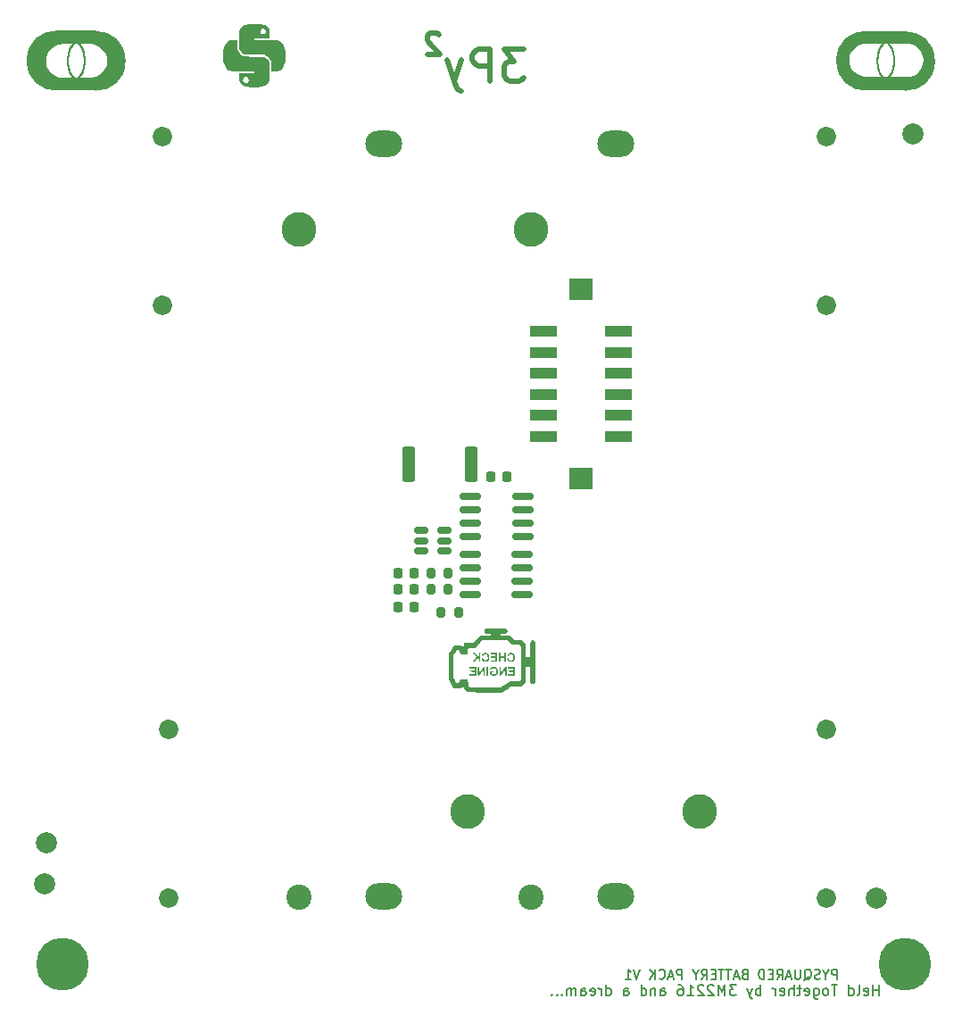
<source format=gbr>
%TF.GenerationSoftware,KiCad,Pcbnew,9.0.0*%
%TF.CreationDate,2025-03-28T16:48:43-07:00*%
%TF.ProjectId,battery_pack_v1,62617474-6572-4795-9f70-61636b5f7631,rev?*%
%TF.SameCoordinates,Original*%
%TF.FileFunction,Soldermask,Bot*%
%TF.FilePolarity,Negative*%
%FSLAX46Y46*%
G04 Gerber Fmt 4.6, Leading zero omitted, Abs format (unit mm)*
G04 Created by KiCad (PCBNEW 9.0.0) date 2025-03-28 16:48:43*
%MOMM*%
%LPD*%
G01*
G04 APERTURE LIST*
G04 Aperture macros list*
%AMRoundRect*
0 Rectangle with rounded corners*
0 $1 Rounding radius*
0 $2 $3 $4 $5 $6 $7 $8 $9 X,Y pos of 4 corners*
0 Add a 4 corners polygon primitive as box body*
4,1,4,$2,$3,$4,$5,$6,$7,$8,$9,$2,$3,0*
0 Add four circle primitives for the rounded corners*
1,1,$1+$1,$2,$3*
1,1,$1+$1,$4,$5*
1,1,$1+$1,$6,$7*
1,1,$1+$1,$8,$9*
0 Add four rect primitives between the rounded corners*
20,1,$1+$1,$2,$3,$4,$5,0*
20,1,$1+$1,$4,$5,$6,$7,0*
20,1,$1+$1,$6,$7,$8,$9,0*
20,1,$1+$1,$8,$9,$2,$3,0*%
G04 Aperture macros list end*
%ADD10C,0.150000*%
%ADD11C,0.500000*%
%ADD12C,0.000000*%
%ADD13C,5.000000*%
%ADD14C,1.850000*%
%ADD15C,2.000000*%
%ADD16C,3.300000*%
%ADD17C,2.400000*%
%ADD18O,3.500000X2.500000*%
%ADD19RoundRect,0.150000X-0.825000X-0.150000X0.825000X-0.150000X0.825000X0.150000X-0.825000X0.150000X0*%
%ADD20RoundRect,0.200000X0.200000X0.275000X-0.200000X0.275000X-0.200000X-0.275000X0.200000X-0.275000X0*%
%ADD21RoundRect,0.150000X0.512500X0.150000X-0.512500X0.150000X-0.512500X-0.150000X0.512500X-0.150000X0*%
%ADD22RoundRect,0.250000X-0.362500X-1.425000X0.362500X-1.425000X0.362500X1.425000X-0.362500X1.425000X0*%
%ADD23RoundRect,0.225000X-0.225000X-0.250000X0.225000X-0.250000X0.225000X0.250000X-0.225000X0.250000X0*%
%ADD24RoundRect,0.200000X-0.200000X-0.275000X0.200000X-0.275000X0.200000X0.275000X-0.200000X0.275000X0*%
%ADD25R,2.500000X1.100000*%
%ADD26R,2.200000X2.000000*%
G04 APERTURE END LIST*
D10*
X193457397Y-45864308D02*
G75*
G02*
X188042603Y-45864308I-2707397J0D01*
G01*
X188042603Y-45864308D02*
G75*
G02*
X193457397Y-45864308I2707397J0D01*
G01*
X117793079Y-48564936D02*
X113993079Y-48558429D01*
X190743079Y-43092944D02*
X194543079Y-43086437D01*
X190750000Y-43167561D02*
X194550000Y-43161054D01*
X113942531Y-43067561D02*
X117742531Y-43061054D01*
X197242408Y-45889606D02*
G75*
G02*
X191857592Y-45889606I-2692408J0D01*
G01*
X191857592Y-45889606D02*
G75*
G02*
X197242408Y-45889606I2692408J0D01*
G01*
X116650476Y-45861683D02*
G75*
G02*
X111235682Y-45861683I-2707397J0D01*
G01*
X111235682Y-45861683D02*
G75*
G02*
X116650476Y-45861683I2707397J0D01*
G01*
X120435487Y-45886981D02*
G75*
G02*
X115050671Y-45886981I-2692408J0D01*
G01*
X115050671Y-45886981D02*
G75*
G02*
X120435487Y-45886981I2692408J0D01*
G01*
X116649928Y-45764308D02*
G75*
G02*
X111235134Y-45764308I-2707397J0D01*
G01*
X111235134Y-45764308D02*
G75*
G02*
X116649928Y-45764308I2707397J0D01*
G01*
X193450476Y-45789691D02*
G75*
G02*
X188035682Y-45789691I-2707397J0D01*
G01*
X188035682Y-45789691D02*
G75*
G02*
X193450476Y-45789691I2707397J0D01*
G01*
X113943079Y-43164936D02*
X117743079Y-43158429D01*
X120434939Y-45789606D02*
G75*
G02*
X115050123Y-45789606I-2692408J0D01*
G01*
X115050123Y-45789606D02*
G75*
G02*
X120434939Y-45789606I2692408J0D01*
G01*
X194600000Y-48567561D02*
X190800000Y-48561054D01*
X197235487Y-45814989D02*
G75*
G02*
X191850671Y-45814989I-2692408J0D01*
G01*
X191850671Y-45814989D02*
G75*
G02*
X197235487Y-45814989I2692408J0D01*
G01*
X117792531Y-48467561D02*
X113992531Y-48461054D01*
X194593079Y-48492944D02*
X190793079Y-48486437D01*
D11*
X158278056Y-44742257D02*
X156420913Y-44742257D01*
X156420913Y-44742257D02*
X157420913Y-45885114D01*
X157420913Y-45885114D02*
X156992342Y-45885114D01*
X156992342Y-45885114D02*
X156706628Y-46027971D01*
X156706628Y-46027971D02*
X156563770Y-46170828D01*
X156563770Y-46170828D02*
X156420913Y-46456542D01*
X156420913Y-46456542D02*
X156420913Y-47170828D01*
X156420913Y-47170828D02*
X156563770Y-47456542D01*
X156563770Y-47456542D02*
X156706628Y-47599400D01*
X156706628Y-47599400D02*
X156992342Y-47742257D01*
X156992342Y-47742257D02*
X157849485Y-47742257D01*
X157849485Y-47742257D02*
X158135199Y-47599400D01*
X158135199Y-47599400D02*
X158278056Y-47456542D01*
X155135199Y-47742257D02*
X155135199Y-44742257D01*
X155135199Y-44742257D02*
X153992342Y-44742257D01*
X153992342Y-44742257D02*
X153706627Y-44885114D01*
X153706627Y-44885114D02*
X153563770Y-45027971D01*
X153563770Y-45027971D02*
X153420913Y-45313685D01*
X153420913Y-45313685D02*
X153420913Y-45742257D01*
X153420913Y-45742257D02*
X153563770Y-46027971D01*
X153563770Y-46027971D02*
X153706627Y-46170828D01*
X153706627Y-46170828D02*
X153992342Y-46313685D01*
X153992342Y-46313685D02*
X155135199Y-46313685D01*
X152420913Y-45742257D02*
X151706627Y-47742257D01*
X150992342Y-45742257D02*
X151706627Y-47742257D01*
X151706627Y-47742257D02*
X151992342Y-48456542D01*
X151992342Y-48456542D02*
X152135199Y-48599400D01*
X152135199Y-48599400D02*
X152420913Y-48742257D01*
X150279028Y-43387314D02*
X150183790Y-43292076D01*
X150183790Y-43292076D02*
X149993314Y-43196838D01*
X149993314Y-43196838D02*
X149517123Y-43196838D01*
X149517123Y-43196838D02*
X149326647Y-43292076D01*
X149326647Y-43292076D02*
X149231409Y-43387314D01*
X149231409Y-43387314D02*
X149136171Y-43577790D01*
X149136171Y-43577790D02*
X149136171Y-43768266D01*
X149136171Y-43768266D02*
X149231409Y-44053980D01*
X149231409Y-44053980D02*
X150374266Y-45196838D01*
X150374266Y-45196838D02*
X149136171Y-45196838D01*
D10*
X188028572Y-132908557D02*
X188028572Y-132008557D01*
X188028572Y-132008557D02*
X187685715Y-132008557D01*
X187685715Y-132008557D02*
X187600000Y-132051414D01*
X187600000Y-132051414D02*
X187557143Y-132094271D01*
X187557143Y-132094271D02*
X187514286Y-132179985D01*
X187514286Y-132179985D02*
X187514286Y-132308557D01*
X187514286Y-132308557D02*
X187557143Y-132394271D01*
X187557143Y-132394271D02*
X187600000Y-132437128D01*
X187600000Y-132437128D02*
X187685715Y-132479985D01*
X187685715Y-132479985D02*
X188028572Y-132479985D01*
X186957143Y-132479985D02*
X186957143Y-132908557D01*
X187257143Y-132008557D02*
X186957143Y-132479985D01*
X186957143Y-132479985D02*
X186657143Y-132008557D01*
X186400000Y-132865700D02*
X186271429Y-132908557D01*
X186271429Y-132908557D02*
X186057143Y-132908557D01*
X186057143Y-132908557D02*
X185971429Y-132865700D01*
X185971429Y-132865700D02*
X185928571Y-132822842D01*
X185928571Y-132822842D02*
X185885714Y-132737128D01*
X185885714Y-132737128D02*
X185885714Y-132651414D01*
X185885714Y-132651414D02*
X185928571Y-132565700D01*
X185928571Y-132565700D02*
X185971429Y-132522842D01*
X185971429Y-132522842D02*
X186057143Y-132479985D01*
X186057143Y-132479985D02*
X186228571Y-132437128D01*
X186228571Y-132437128D02*
X186314286Y-132394271D01*
X186314286Y-132394271D02*
X186357143Y-132351414D01*
X186357143Y-132351414D02*
X186400000Y-132265700D01*
X186400000Y-132265700D02*
X186400000Y-132179985D01*
X186400000Y-132179985D02*
X186357143Y-132094271D01*
X186357143Y-132094271D02*
X186314286Y-132051414D01*
X186314286Y-132051414D02*
X186228571Y-132008557D01*
X186228571Y-132008557D02*
X186014286Y-132008557D01*
X186014286Y-132008557D02*
X185885714Y-132051414D01*
X184900000Y-132994271D02*
X184985714Y-132951414D01*
X184985714Y-132951414D02*
X185071428Y-132865700D01*
X185071428Y-132865700D02*
X185200000Y-132737128D01*
X185200000Y-132737128D02*
X185285714Y-132694271D01*
X185285714Y-132694271D02*
X185371428Y-132694271D01*
X185328571Y-132908557D02*
X185414286Y-132865700D01*
X185414286Y-132865700D02*
X185500000Y-132779985D01*
X185500000Y-132779985D02*
X185542857Y-132608557D01*
X185542857Y-132608557D02*
X185542857Y-132308557D01*
X185542857Y-132308557D02*
X185500000Y-132137128D01*
X185500000Y-132137128D02*
X185414286Y-132051414D01*
X185414286Y-132051414D02*
X185328571Y-132008557D01*
X185328571Y-132008557D02*
X185157143Y-132008557D01*
X185157143Y-132008557D02*
X185071428Y-132051414D01*
X185071428Y-132051414D02*
X184985714Y-132137128D01*
X184985714Y-132137128D02*
X184942857Y-132308557D01*
X184942857Y-132308557D02*
X184942857Y-132608557D01*
X184942857Y-132608557D02*
X184985714Y-132779985D01*
X184985714Y-132779985D02*
X185071428Y-132865700D01*
X185071428Y-132865700D02*
X185157143Y-132908557D01*
X185157143Y-132908557D02*
X185328571Y-132908557D01*
X184557143Y-132008557D02*
X184557143Y-132737128D01*
X184557143Y-132737128D02*
X184514286Y-132822842D01*
X184514286Y-132822842D02*
X184471429Y-132865700D01*
X184471429Y-132865700D02*
X184385714Y-132908557D01*
X184385714Y-132908557D02*
X184214286Y-132908557D01*
X184214286Y-132908557D02*
X184128571Y-132865700D01*
X184128571Y-132865700D02*
X184085714Y-132822842D01*
X184085714Y-132822842D02*
X184042857Y-132737128D01*
X184042857Y-132737128D02*
X184042857Y-132008557D01*
X183657143Y-132651414D02*
X183228572Y-132651414D01*
X183742857Y-132908557D02*
X183442857Y-132008557D01*
X183442857Y-132008557D02*
X183142857Y-132908557D01*
X182328571Y-132908557D02*
X182628571Y-132479985D01*
X182842857Y-132908557D02*
X182842857Y-132008557D01*
X182842857Y-132008557D02*
X182500000Y-132008557D01*
X182500000Y-132008557D02*
X182414285Y-132051414D01*
X182414285Y-132051414D02*
X182371428Y-132094271D01*
X182371428Y-132094271D02*
X182328571Y-132179985D01*
X182328571Y-132179985D02*
X182328571Y-132308557D01*
X182328571Y-132308557D02*
X182371428Y-132394271D01*
X182371428Y-132394271D02*
X182414285Y-132437128D01*
X182414285Y-132437128D02*
X182500000Y-132479985D01*
X182500000Y-132479985D02*
X182842857Y-132479985D01*
X181942857Y-132437128D02*
X181642857Y-132437128D01*
X181514285Y-132908557D02*
X181942857Y-132908557D01*
X181942857Y-132908557D02*
X181942857Y-132008557D01*
X181942857Y-132008557D02*
X181514285Y-132008557D01*
X181128571Y-132908557D02*
X181128571Y-132008557D01*
X181128571Y-132008557D02*
X180914285Y-132008557D01*
X180914285Y-132008557D02*
X180785714Y-132051414D01*
X180785714Y-132051414D02*
X180699999Y-132137128D01*
X180699999Y-132137128D02*
X180657142Y-132222842D01*
X180657142Y-132222842D02*
X180614285Y-132394271D01*
X180614285Y-132394271D02*
X180614285Y-132522842D01*
X180614285Y-132522842D02*
X180657142Y-132694271D01*
X180657142Y-132694271D02*
X180699999Y-132779985D01*
X180699999Y-132779985D02*
X180785714Y-132865700D01*
X180785714Y-132865700D02*
X180914285Y-132908557D01*
X180914285Y-132908557D02*
X181128571Y-132908557D01*
X179242857Y-132437128D02*
X179114285Y-132479985D01*
X179114285Y-132479985D02*
X179071428Y-132522842D01*
X179071428Y-132522842D02*
X179028571Y-132608557D01*
X179028571Y-132608557D02*
X179028571Y-132737128D01*
X179028571Y-132737128D02*
X179071428Y-132822842D01*
X179071428Y-132822842D02*
X179114285Y-132865700D01*
X179114285Y-132865700D02*
X179200000Y-132908557D01*
X179200000Y-132908557D02*
X179542857Y-132908557D01*
X179542857Y-132908557D02*
X179542857Y-132008557D01*
X179542857Y-132008557D02*
X179242857Y-132008557D01*
X179242857Y-132008557D02*
X179157143Y-132051414D01*
X179157143Y-132051414D02*
X179114285Y-132094271D01*
X179114285Y-132094271D02*
X179071428Y-132179985D01*
X179071428Y-132179985D02*
X179071428Y-132265700D01*
X179071428Y-132265700D02*
X179114285Y-132351414D01*
X179114285Y-132351414D02*
X179157143Y-132394271D01*
X179157143Y-132394271D02*
X179242857Y-132437128D01*
X179242857Y-132437128D02*
X179542857Y-132437128D01*
X178685714Y-132651414D02*
X178257143Y-132651414D01*
X178771428Y-132908557D02*
X178471428Y-132008557D01*
X178471428Y-132008557D02*
X178171428Y-132908557D01*
X177999999Y-132008557D02*
X177485714Y-132008557D01*
X177742856Y-132908557D02*
X177742856Y-132008557D01*
X177314285Y-132008557D02*
X176800000Y-132008557D01*
X177057142Y-132908557D02*
X177057142Y-132008557D01*
X176500000Y-132437128D02*
X176200000Y-132437128D01*
X176071428Y-132908557D02*
X176500000Y-132908557D01*
X176500000Y-132908557D02*
X176500000Y-132008557D01*
X176500000Y-132008557D02*
X176071428Y-132008557D01*
X175171428Y-132908557D02*
X175471428Y-132479985D01*
X175685714Y-132908557D02*
X175685714Y-132008557D01*
X175685714Y-132008557D02*
X175342857Y-132008557D01*
X175342857Y-132008557D02*
X175257142Y-132051414D01*
X175257142Y-132051414D02*
X175214285Y-132094271D01*
X175214285Y-132094271D02*
X175171428Y-132179985D01*
X175171428Y-132179985D02*
X175171428Y-132308557D01*
X175171428Y-132308557D02*
X175214285Y-132394271D01*
X175214285Y-132394271D02*
X175257142Y-132437128D01*
X175257142Y-132437128D02*
X175342857Y-132479985D01*
X175342857Y-132479985D02*
X175685714Y-132479985D01*
X174614285Y-132479985D02*
X174614285Y-132908557D01*
X174914285Y-132008557D02*
X174614285Y-132479985D01*
X174614285Y-132479985D02*
X174314285Y-132008557D01*
X173328571Y-132908557D02*
X173328571Y-132008557D01*
X173328571Y-132008557D02*
X172985714Y-132008557D01*
X172985714Y-132008557D02*
X172899999Y-132051414D01*
X172899999Y-132051414D02*
X172857142Y-132094271D01*
X172857142Y-132094271D02*
X172814285Y-132179985D01*
X172814285Y-132179985D02*
X172814285Y-132308557D01*
X172814285Y-132308557D02*
X172857142Y-132394271D01*
X172857142Y-132394271D02*
X172899999Y-132437128D01*
X172899999Y-132437128D02*
X172985714Y-132479985D01*
X172985714Y-132479985D02*
X173328571Y-132479985D01*
X172471428Y-132651414D02*
X172042857Y-132651414D01*
X172557142Y-132908557D02*
X172257142Y-132008557D01*
X172257142Y-132008557D02*
X171957142Y-132908557D01*
X171142856Y-132822842D02*
X171185713Y-132865700D01*
X171185713Y-132865700D02*
X171314285Y-132908557D01*
X171314285Y-132908557D02*
X171399999Y-132908557D01*
X171399999Y-132908557D02*
X171528570Y-132865700D01*
X171528570Y-132865700D02*
X171614285Y-132779985D01*
X171614285Y-132779985D02*
X171657142Y-132694271D01*
X171657142Y-132694271D02*
X171699999Y-132522842D01*
X171699999Y-132522842D02*
X171699999Y-132394271D01*
X171699999Y-132394271D02*
X171657142Y-132222842D01*
X171657142Y-132222842D02*
X171614285Y-132137128D01*
X171614285Y-132137128D02*
X171528570Y-132051414D01*
X171528570Y-132051414D02*
X171399999Y-132008557D01*
X171399999Y-132008557D02*
X171314285Y-132008557D01*
X171314285Y-132008557D02*
X171185713Y-132051414D01*
X171185713Y-132051414D02*
X171142856Y-132094271D01*
X170757142Y-132908557D02*
X170757142Y-132008557D01*
X170242856Y-132908557D02*
X170628570Y-132394271D01*
X170242856Y-132008557D02*
X170757142Y-132522842D01*
X169299999Y-132008557D02*
X168999999Y-132908557D01*
X168999999Y-132908557D02*
X168699999Y-132008557D01*
X167928570Y-132908557D02*
X168442856Y-132908557D01*
X168185713Y-132908557D02*
X168185713Y-132008557D01*
X168185713Y-132008557D02*
X168271427Y-132137128D01*
X168271427Y-132137128D02*
X168357142Y-132222842D01*
X168357142Y-132222842D02*
X168442856Y-132265700D01*
X192023810Y-134454819D02*
X192023810Y-133454819D01*
X192023810Y-133931009D02*
X191452382Y-133931009D01*
X191452382Y-134454819D02*
X191452382Y-133454819D01*
X190595239Y-134407200D02*
X190690477Y-134454819D01*
X190690477Y-134454819D02*
X190880953Y-134454819D01*
X190880953Y-134454819D02*
X190976191Y-134407200D01*
X190976191Y-134407200D02*
X191023810Y-134311961D01*
X191023810Y-134311961D02*
X191023810Y-133931009D01*
X191023810Y-133931009D02*
X190976191Y-133835771D01*
X190976191Y-133835771D02*
X190880953Y-133788152D01*
X190880953Y-133788152D02*
X190690477Y-133788152D01*
X190690477Y-133788152D02*
X190595239Y-133835771D01*
X190595239Y-133835771D02*
X190547620Y-133931009D01*
X190547620Y-133931009D02*
X190547620Y-134026247D01*
X190547620Y-134026247D02*
X191023810Y-134121485D01*
X189976191Y-134454819D02*
X190071429Y-134407200D01*
X190071429Y-134407200D02*
X190119048Y-134311961D01*
X190119048Y-134311961D02*
X190119048Y-133454819D01*
X189166667Y-134454819D02*
X189166667Y-133454819D01*
X189166667Y-134407200D02*
X189261905Y-134454819D01*
X189261905Y-134454819D02*
X189452381Y-134454819D01*
X189452381Y-134454819D02*
X189547619Y-134407200D01*
X189547619Y-134407200D02*
X189595238Y-134359580D01*
X189595238Y-134359580D02*
X189642857Y-134264342D01*
X189642857Y-134264342D02*
X189642857Y-133978628D01*
X189642857Y-133978628D02*
X189595238Y-133883390D01*
X189595238Y-133883390D02*
X189547619Y-133835771D01*
X189547619Y-133835771D02*
X189452381Y-133788152D01*
X189452381Y-133788152D02*
X189261905Y-133788152D01*
X189261905Y-133788152D02*
X189166667Y-133835771D01*
X188071428Y-133454819D02*
X187500000Y-133454819D01*
X187785714Y-134454819D02*
X187785714Y-133454819D01*
X187023809Y-134454819D02*
X187119047Y-134407200D01*
X187119047Y-134407200D02*
X187166666Y-134359580D01*
X187166666Y-134359580D02*
X187214285Y-134264342D01*
X187214285Y-134264342D02*
X187214285Y-133978628D01*
X187214285Y-133978628D02*
X187166666Y-133883390D01*
X187166666Y-133883390D02*
X187119047Y-133835771D01*
X187119047Y-133835771D02*
X187023809Y-133788152D01*
X187023809Y-133788152D02*
X186880952Y-133788152D01*
X186880952Y-133788152D02*
X186785714Y-133835771D01*
X186785714Y-133835771D02*
X186738095Y-133883390D01*
X186738095Y-133883390D02*
X186690476Y-133978628D01*
X186690476Y-133978628D02*
X186690476Y-134264342D01*
X186690476Y-134264342D02*
X186738095Y-134359580D01*
X186738095Y-134359580D02*
X186785714Y-134407200D01*
X186785714Y-134407200D02*
X186880952Y-134454819D01*
X186880952Y-134454819D02*
X187023809Y-134454819D01*
X185833333Y-133788152D02*
X185833333Y-134597676D01*
X185833333Y-134597676D02*
X185880952Y-134692914D01*
X185880952Y-134692914D02*
X185928571Y-134740533D01*
X185928571Y-134740533D02*
X186023809Y-134788152D01*
X186023809Y-134788152D02*
X186166666Y-134788152D01*
X186166666Y-134788152D02*
X186261904Y-134740533D01*
X185833333Y-134407200D02*
X185928571Y-134454819D01*
X185928571Y-134454819D02*
X186119047Y-134454819D01*
X186119047Y-134454819D02*
X186214285Y-134407200D01*
X186214285Y-134407200D02*
X186261904Y-134359580D01*
X186261904Y-134359580D02*
X186309523Y-134264342D01*
X186309523Y-134264342D02*
X186309523Y-133978628D01*
X186309523Y-133978628D02*
X186261904Y-133883390D01*
X186261904Y-133883390D02*
X186214285Y-133835771D01*
X186214285Y-133835771D02*
X186119047Y-133788152D01*
X186119047Y-133788152D02*
X185928571Y-133788152D01*
X185928571Y-133788152D02*
X185833333Y-133835771D01*
X184976190Y-134407200D02*
X185071428Y-134454819D01*
X185071428Y-134454819D02*
X185261904Y-134454819D01*
X185261904Y-134454819D02*
X185357142Y-134407200D01*
X185357142Y-134407200D02*
X185404761Y-134311961D01*
X185404761Y-134311961D02*
X185404761Y-133931009D01*
X185404761Y-133931009D02*
X185357142Y-133835771D01*
X185357142Y-133835771D02*
X185261904Y-133788152D01*
X185261904Y-133788152D02*
X185071428Y-133788152D01*
X185071428Y-133788152D02*
X184976190Y-133835771D01*
X184976190Y-133835771D02*
X184928571Y-133931009D01*
X184928571Y-133931009D02*
X184928571Y-134026247D01*
X184928571Y-134026247D02*
X185404761Y-134121485D01*
X184642856Y-133788152D02*
X184261904Y-133788152D01*
X184499999Y-133454819D02*
X184499999Y-134311961D01*
X184499999Y-134311961D02*
X184452380Y-134407200D01*
X184452380Y-134407200D02*
X184357142Y-134454819D01*
X184357142Y-134454819D02*
X184261904Y-134454819D01*
X183928570Y-134454819D02*
X183928570Y-133454819D01*
X183499999Y-134454819D02*
X183499999Y-133931009D01*
X183499999Y-133931009D02*
X183547618Y-133835771D01*
X183547618Y-133835771D02*
X183642856Y-133788152D01*
X183642856Y-133788152D02*
X183785713Y-133788152D01*
X183785713Y-133788152D02*
X183880951Y-133835771D01*
X183880951Y-133835771D02*
X183928570Y-133883390D01*
X182642856Y-134407200D02*
X182738094Y-134454819D01*
X182738094Y-134454819D02*
X182928570Y-134454819D01*
X182928570Y-134454819D02*
X183023808Y-134407200D01*
X183023808Y-134407200D02*
X183071427Y-134311961D01*
X183071427Y-134311961D02*
X183071427Y-133931009D01*
X183071427Y-133931009D02*
X183023808Y-133835771D01*
X183023808Y-133835771D02*
X182928570Y-133788152D01*
X182928570Y-133788152D02*
X182738094Y-133788152D01*
X182738094Y-133788152D02*
X182642856Y-133835771D01*
X182642856Y-133835771D02*
X182595237Y-133931009D01*
X182595237Y-133931009D02*
X182595237Y-134026247D01*
X182595237Y-134026247D02*
X183071427Y-134121485D01*
X182166665Y-134454819D02*
X182166665Y-133788152D01*
X182166665Y-133978628D02*
X182119046Y-133883390D01*
X182119046Y-133883390D02*
X182071427Y-133835771D01*
X182071427Y-133835771D02*
X181976189Y-133788152D01*
X181976189Y-133788152D02*
X181880951Y-133788152D01*
X180785712Y-134454819D02*
X180785712Y-133454819D01*
X180785712Y-133835771D02*
X180690474Y-133788152D01*
X180690474Y-133788152D02*
X180499998Y-133788152D01*
X180499998Y-133788152D02*
X180404760Y-133835771D01*
X180404760Y-133835771D02*
X180357141Y-133883390D01*
X180357141Y-133883390D02*
X180309522Y-133978628D01*
X180309522Y-133978628D02*
X180309522Y-134264342D01*
X180309522Y-134264342D02*
X180357141Y-134359580D01*
X180357141Y-134359580D02*
X180404760Y-134407200D01*
X180404760Y-134407200D02*
X180499998Y-134454819D01*
X180499998Y-134454819D02*
X180690474Y-134454819D01*
X180690474Y-134454819D02*
X180785712Y-134407200D01*
X179976188Y-133788152D02*
X179738093Y-134454819D01*
X179499998Y-133788152D02*
X179738093Y-134454819D01*
X179738093Y-134454819D02*
X179833331Y-134692914D01*
X179833331Y-134692914D02*
X179880950Y-134740533D01*
X179880950Y-134740533D02*
X179976188Y-134788152D01*
X178452378Y-133454819D02*
X177833331Y-133454819D01*
X177833331Y-133454819D02*
X178166664Y-133835771D01*
X178166664Y-133835771D02*
X178023807Y-133835771D01*
X178023807Y-133835771D02*
X177928569Y-133883390D01*
X177928569Y-133883390D02*
X177880950Y-133931009D01*
X177880950Y-133931009D02*
X177833331Y-134026247D01*
X177833331Y-134026247D02*
X177833331Y-134264342D01*
X177833331Y-134264342D02*
X177880950Y-134359580D01*
X177880950Y-134359580D02*
X177928569Y-134407200D01*
X177928569Y-134407200D02*
X178023807Y-134454819D01*
X178023807Y-134454819D02*
X178309521Y-134454819D01*
X178309521Y-134454819D02*
X178404759Y-134407200D01*
X178404759Y-134407200D02*
X178452378Y-134359580D01*
X177404759Y-134454819D02*
X177404759Y-133454819D01*
X177404759Y-133454819D02*
X177071426Y-134169104D01*
X177071426Y-134169104D02*
X176738093Y-133454819D01*
X176738093Y-133454819D02*
X176738093Y-134454819D01*
X176309521Y-133550057D02*
X176261902Y-133502438D01*
X176261902Y-133502438D02*
X176166664Y-133454819D01*
X176166664Y-133454819D02*
X175928569Y-133454819D01*
X175928569Y-133454819D02*
X175833331Y-133502438D01*
X175833331Y-133502438D02*
X175785712Y-133550057D01*
X175785712Y-133550057D02*
X175738093Y-133645295D01*
X175738093Y-133645295D02*
X175738093Y-133740533D01*
X175738093Y-133740533D02*
X175785712Y-133883390D01*
X175785712Y-133883390D02*
X176357140Y-134454819D01*
X176357140Y-134454819D02*
X175738093Y-134454819D01*
X175357140Y-133550057D02*
X175309521Y-133502438D01*
X175309521Y-133502438D02*
X175214283Y-133454819D01*
X175214283Y-133454819D02*
X174976188Y-133454819D01*
X174976188Y-133454819D02*
X174880950Y-133502438D01*
X174880950Y-133502438D02*
X174833331Y-133550057D01*
X174833331Y-133550057D02*
X174785712Y-133645295D01*
X174785712Y-133645295D02*
X174785712Y-133740533D01*
X174785712Y-133740533D02*
X174833331Y-133883390D01*
X174833331Y-133883390D02*
X175404759Y-134454819D01*
X175404759Y-134454819D02*
X174785712Y-134454819D01*
X173833331Y-134454819D02*
X174404759Y-134454819D01*
X174119045Y-134454819D02*
X174119045Y-133454819D01*
X174119045Y-133454819D02*
X174214283Y-133597676D01*
X174214283Y-133597676D02*
X174309521Y-133692914D01*
X174309521Y-133692914D02*
X174404759Y-133740533D01*
X172976188Y-133454819D02*
X173166664Y-133454819D01*
X173166664Y-133454819D02*
X173261902Y-133502438D01*
X173261902Y-133502438D02*
X173309521Y-133550057D01*
X173309521Y-133550057D02*
X173404759Y-133692914D01*
X173404759Y-133692914D02*
X173452378Y-133883390D01*
X173452378Y-133883390D02*
X173452378Y-134264342D01*
X173452378Y-134264342D02*
X173404759Y-134359580D01*
X173404759Y-134359580D02*
X173357140Y-134407200D01*
X173357140Y-134407200D02*
X173261902Y-134454819D01*
X173261902Y-134454819D02*
X173071426Y-134454819D01*
X173071426Y-134454819D02*
X172976188Y-134407200D01*
X172976188Y-134407200D02*
X172928569Y-134359580D01*
X172928569Y-134359580D02*
X172880950Y-134264342D01*
X172880950Y-134264342D02*
X172880950Y-134026247D01*
X172880950Y-134026247D02*
X172928569Y-133931009D01*
X172928569Y-133931009D02*
X172976188Y-133883390D01*
X172976188Y-133883390D02*
X173071426Y-133835771D01*
X173071426Y-133835771D02*
X173261902Y-133835771D01*
X173261902Y-133835771D02*
X173357140Y-133883390D01*
X173357140Y-133883390D02*
X173404759Y-133931009D01*
X173404759Y-133931009D02*
X173452378Y-134026247D01*
X171261902Y-134454819D02*
X171261902Y-133931009D01*
X171261902Y-133931009D02*
X171309521Y-133835771D01*
X171309521Y-133835771D02*
X171404759Y-133788152D01*
X171404759Y-133788152D02*
X171595235Y-133788152D01*
X171595235Y-133788152D02*
X171690473Y-133835771D01*
X171261902Y-134407200D02*
X171357140Y-134454819D01*
X171357140Y-134454819D02*
X171595235Y-134454819D01*
X171595235Y-134454819D02*
X171690473Y-134407200D01*
X171690473Y-134407200D02*
X171738092Y-134311961D01*
X171738092Y-134311961D02*
X171738092Y-134216723D01*
X171738092Y-134216723D02*
X171690473Y-134121485D01*
X171690473Y-134121485D02*
X171595235Y-134073866D01*
X171595235Y-134073866D02*
X171357140Y-134073866D01*
X171357140Y-134073866D02*
X171261902Y-134026247D01*
X170785711Y-133788152D02*
X170785711Y-134454819D01*
X170785711Y-133883390D02*
X170738092Y-133835771D01*
X170738092Y-133835771D02*
X170642854Y-133788152D01*
X170642854Y-133788152D02*
X170499997Y-133788152D01*
X170499997Y-133788152D02*
X170404759Y-133835771D01*
X170404759Y-133835771D02*
X170357140Y-133931009D01*
X170357140Y-133931009D02*
X170357140Y-134454819D01*
X169452378Y-134454819D02*
X169452378Y-133454819D01*
X169452378Y-134407200D02*
X169547616Y-134454819D01*
X169547616Y-134454819D02*
X169738092Y-134454819D01*
X169738092Y-134454819D02*
X169833330Y-134407200D01*
X169833330Y-134407200D02*
X169880949Y-134359580D01*
X169880949Y-134359580D02*
X169928568Y-134264342D01*
X169928568Y-134264342D02*
X169928568Y-133978628D01*
X169928568Y-133978628D02*
X169880949Y-133883390D01*
X169880949Y-133883390D02*
X169833330Y-133835771D01*
X169833330Y-133835771D02*
X169738092Y-133788152D01*
X169738092Y-133788152D02*
X169547616Y-133788152D01*
X169547616Y-133788152D02*
X169452378Y-133835771D01*
X167785711Y-134454819D02*
X167785711Y-133931009D01*
X167785711Y-133931009D02*
X167833330Y-133835771D01*
X167833330Y-133835771D02*
X167928568Y-133788152D01*
X167928568Y-133788152D02*
X168119044Y-133788152D01*
X168119044Y-133788152D02*
X168214282Y-133835771D01*
X167785711Y-134407200D02*
X167880949Y-134454819D01*
X167880949Y-134454819D02*
X168119044Y-134454819D01*
X168119044Y-134454819D02*
X168214282Y-134407200D01*
X168214282Y-134407200D02*
X168261901Y-134311961D01*
X168261901Y-134311961D02*
X168261901Y-134216723D01*
X168261901Y-134216723D02*
X168214282Y-134121485D01*
X168214282Y-134121485D02*
X168119044Y-134073866D01*
X168119044Y-134073866D02*
X167880949Y-134073866D01*
X167880949Y-134073866D02*
X167785711Y-134026247D01*
X166119044Y-134454819D02*
X166119044Y-133454819D01*
X166119044Y-134407200D02*
X166214282Y-134454819D01*
X166214282Y-134454819D02*
X166404758Y-134454819D01*
X166404758Y-134454819D02*
X166499996Y-134407200D01*
X166499996Y-134407200D02*
X166547615Y-134359580D01*
X166547615Y-134359580D02*
X166595234Y-134264342D01*
X166595234Y-134264342D02*
X166595234Y-133978628D01*
X166595234Y-133978628D02*
X166547615Y-133883390D01*
X166547615Y-133883390D02*
X166499996Y-133835771D01*
X166499996Y-133835771D02*
X166404758Y-133788152D01*
X166404758Y-133788152D02*
X166214282Y-133788152D01*
X166214282Y-133788152D02*
X166119044Y-133835771D01*
X165642853Y-134454819D02*
X165642853Y-133788152D01*
X165642853Y-133978628D02*
X165595234Y-133883390D01*
X165595234Y-133883390D02*
X165547615Y-133835771D01*
X165547615Y-133835771D02*
X165452377Y-133788152D01*
X165452377Y-133788152D02*
X165357139Y-133788152D01*
X164642853Y-134407200D02*
X164738091Y-134454819D01*
X164738091Y-134454819D02*
X164928567Y-134454819D01*
X164928567Y-134454819D02*
X165023805Y-134407200D01*
X165023805Y-134407200D02*
X165071424Y-134311961D01*
X165071424Y-134311961D02*
X165071424Y-133931009D01*
X165071424Y-133931009D02*
X165023805Y-133835771D01*
X165023805Y-133835771D02*
X164928567Y-133788152D01*
X164928567Y-133788152D02*
X164738091Y-133788152D01*
X164738091Y-133788152D02*
X164642853Y-133835771D01*
X164642853Y-133835771D02*
X164595234Y-133931009D01*
X164595234Y-133931009D02*
X164595234Y-134026247D01*
X164595234Y-134026247D02*
X165071424Y-134121485D01*
X163738091Y-134454819D02*
X163738091Y-133931009D01*
X163738091Y-133931009D02*
X163785710Y-133835771D01*
X163785710Y-133835771D02*
X163880948Y-133788152D01*
X163880948Y-133788152D02*
X164071424Y-133788152D01*
X164071424Y-133788152D02*
X164166662Y-133835771D01*
X163738091Y-134407200D02*
X163833329Y-134454819D01*
X163833329Y-134454819D02*
X164071424Y-134454819D01*
X164071424Y-134454819D02*
X164166662Y-134407200D01*
X164166662Y-134407200D02*
X164214281Y-134311961D01*
X164214281Y-134311961D02*
X164214281Y-134216723D01*
X164214281Y-134216723D02*
X164166662Y-134121485D01*
X164166662Y-134121485D02*
X164071424Y-134073866D01*
X164071424Y-134073866D02*
X163833329Y-134073866D01*
X163833329Y-134073866D02*
X163738091Y-134026247D01*
X163261900Y-134454819D02*
X163261900Y-133788152D01*
X163261900Y-133883390D02*
X163214281Y-133835771D01*
X163214281Y-133835771D02*
X163119043Y-133788152D01*
X163119043Y-133788152D02*
X162976186Y-133788152D01*
X162976186Y-133788152D02*
X162880948Y-133835771D01*
X162880948Y-133835771D02*
X162833329Y-133931009D01*
X162833329Y-133931009D02*
X162833329Y-134454819D01*
X162833329Y-133931009D02*
X162785710Y-133835771D01*
X162785710Y-133835771D02*
X162690472Y-133788152D01*
X162690472Y-133788152D02*
X162547615Y-133788152D01*
X162547615Y-133788152D02*
X162452376Y-133835771D01*
X162452376Y-133835771D02*
X162404757Y-133931009D01*
X162404757Y-133931009D02*
X162404757Y-134454819D01*
X161928567Y-134359580D02*
X161880948Y-134407200D01*
X161880948Y-134407200D02*
X161928567Y-134454819D01*
X161928567Y-134454819D02*
X161976186Y-134407200D01*
X161976186Y-134407200D02*
X161928567Y-134359580D01*
X161928567Y-134359580D02*
X161928567Y-134454819D01*
X161452377Y-134359580D02*
X161404758Y-134407200D01*
X161404758Y-134407200D02*
X161452377Y-134454819D01*
X161452377Y-134454819D02*
X161499996Y-134407200D01*
X161499996Y-134407200D02*
X161452377Y-134359580D01*
X161452377Y-134359580D02*
X161452377Y-134454819D01*
X160976187Y-134359580D02*
X160928568Y-134407200D01*
X160928568Y-134407200D02*
X160976187Y-134454819D01*
X160976187Y-134454819D02*
X161023806Y-134407200D01*
X161023806Y-134407200D02*
X160976187Y-134359580D01*
X160976187Y-134359580D02*
X160976187Y-134454819D01*
D12*
%TO.C,G\u002A\u002A\u002A*%
G36*
X134174852Y-43117799D02*
G01*
X134177834Y-43266698D01*
X134185149Y-43684884D01*
X133463599Y-43690775D01*
X132742048Y-43696667D01*
X132742048Y-43875226D01*
X134996354Y-43897546D01*
X135123981Y-43957364D01*
X135176190Y-43983977D01*
X135335174Y-44096820D01*
X135467032Y-44243909D01*
X135570161Y-44423158D01*
X135642958Y-44632481D01*
X135702482Y-44919058D01*
X135733980Y-45244052D01*
X135724999Y-45568413D01*
X135675777Y-45901395D01*
X135626719Y-46104582D01*
X135553729Y-46313444D01*
X135464650Y-46483351D01*
X135358188Y-46616232D01*
X135233052Y-46714017D01*
X135087948Y-46778633D01*
X135041555Y-46788499D01*
X134949178Y-46798833D01*
X134828713Y-46805832D01*
X134689456Y-46808794D01*
X134382558Y-46810287D01*
X134382558Y-46446699D01*
X134381656Y-46329933D01*
X134375611Y-46167471D01*
X134362680Y-46035404D01*
X134341468Y-45925011D01*
X134310581Y-45827569D01*
X134268623Y-45734355D01*
X134263248Y-45724149D01*
X134186470Y-45613676D01*
X134080453Y-45503595D01*
X133957689Y-45405422D01*
X133830673Y-45330673D01*
X133679483Y-45259057D01*
X132764368Y-45247897D01*
X132554995Y-45245299D01*
X132365757Y-45242702D01*
X132212431Y-45240072D01*
X132090468Y-45237128D01*
X131995320Y-45233590D01*
X131922441Y-45229175D01*
X131867281Y-45223603D01*
X131825293Y-45216592D01*
X131791930Y-45207862D01*
X131762642Y-45197130D01*
X131732884Y-45184117D01*
X131641980Y-45130922D01*
X131531177Y-45037099D01*
X131433520Y-44924420D01*
X131362218Y-44806348D01*
X131355691Y-44791967D01*
X131344564Y-44764341D01*
X131335591Y-44733876D01*
X131328541Y-44695926D01*
X131323182Y-44645848D01*
X131319282Y-44578996D01*
X131316611Y-44490727D01*
X131314937Y-44376396D01*
X131314027Y-44231358D01*
X131313651Y-44050970D01*
X131313577Y-43830586D01*
X131313577Y-42995509D01*
X133294158Y-42995509D01*
X133295075Y-43091202D01*
X133334097Y-43190233D01*
X133337537Y-43195633D01*
X133391433Y-43254372D01*
X133456056Y-43296252D01*
X133510034Y-43315148D01*
X133603173Y-43323385D01*
X133685477Y-43291419D01*
X133765002Y-43217187D01*
X133773521Y-43206835D01*
X133811415Y-43147228D01*
X133826816Y-43082427D01*
X133824760Y-42993591D01*
X133816954Y-42946373D01*
X133779638Y-42873796D01*
X133705958Y-42813921D01*
X133645516Y-42785332D01*
X133548322Y-42770814D01*
X133458428Y-42790807D01*
X133381995Y-42839077D01*
X133325185Y-42909390D01*
X133294158Y-42995509D01*
X131313577Y-42995509D01*
X131313577Y-42960111D01*
X131368208Y-42849094D01*
X131377753Y-42830480D01*
X131475330Y-42690870D01*
X131605919Y-42569998D01*
X131759923Y-42476982D01*
X131844590Y-42441727D01*
X131974093Y-42402468D01*
X132123703Y-42373357D01*
X132299424Y-42353558D01*
X132507258Y-42342232D01*
X132753208Y-42338544D01*
X132823033Y-42338842D01*
X133124799Y-42349293D01*
X133385789Y-42374912D01*
X133607119Y-42416029D01*
X133789900Y-42472971D01*
X133935248Y-42546069D01*
X134044274Y-42635651D01*
X134118093Y-42742047D01*
X134133522Y-42775220D01*
X134148213Y-42815640D01*
X134158821Y-42862460D01*
X134166216Y-42923328D01*
X134171269Y-43005892D01*
X134173719Y-43082427D01*
X134174852Y-43117799D01*
G37*
G36*
X134173654Y-47615283D02*
G01*
X134168750Y-47670551D01*
X134162105Y-47712251D01*
X134153454Y-47745187D01*
X134142529Y-47774160D01*
X134129064Y-47803974D01*
X134065118Y-47905777D01*
X133967558Y-48012098D01*
X133850149Y-48107773D01*
X133724809Y-48181667D01*
X133631458Y-48220551D01*
X133496912Y-48266868D01*
X133348732Y-48310428D01*
X133203263Y-48346476D01*
X133076846Y-48370256D01*
X133068312Y-48371466D01*
X132840520Y-48390257D01*
X132606720Y-48385769D01*
X132373951Y-48359764D01*
X132149255Y-48314004D01*
X131939672Y-48250250D01*
X131752244Y-48170265D01*
X131594011Y-48075811D01*
X131472014Y-47968650D01*
X131466726Y-47962730D01*
X131407178Y-47887968D01*
X131363485Y-47811690D01*
X131333405Y-47725322D01*
X131324388Y-47674699D01*
X131664398Y-47674699D01*
X131687433Y-47762271D01*
X131740949Y-47838319D01*
X131826706Y-47894144D01*
X131858081Y-47906053D01*
X131956139Y-47922501D01*
X132041838Y-47898331D01*
X132123205Y-47831856D01*
X132154076Y-47792557D01*
X132193437Y-47699596D01*
X132197508Y-47603798D01*
X132169900Y-47513965D01*
X132114222Y-47438899D01*
X132034084Y-47387405D01*
X131933097Y-47368284D01*
X131841861Y-47383186D01*
X131760575Y-47429847D01*
X131702729Y-47499787D01*
X131670083Y-47584304D01*
X131664398Y-47674699D01*
X131324388Y-47674699D01*
X131314695Y-47620285D01*
X131305113Y-47488004D01*
X131302417Y-47319902D01*
X131302417Y-47011784D01*
X132022233Y-47005895D01*
X132742048Y-47000006D01*
X132748912Y-46905147D01*
X132755775Y-46810287D01*
X131620230Y-46810287D01*
X131547363Y-46810286D01*
X131284559Y-46810152D01*
X131061617Y-46809475D01*
X130874722Y-46807814D01*
X130720056Y-46804727D01*
X130593804Y-46799771D01*
X130492148Y-46792505D01*
X130411273Y-46782486D01*
X130347361Y-46769272D01*
X130296597Y-46752421D01*
X130255164Y-46731491D01*
X130219245Y-46706039D01*
X130185024Y-46675623D01*
X130148684Y-46639802D01*
X130102874Y-46588496D01*
X130011475Y-46451410D01*
X129929621Y-46282593D01*
X129859771Y-46090541D01*
X129804382Y-45883753D01*
X129765912Y-45670727D01*
X129746820Y-45459958D01*
X129749562Y-45259946D01*
X129765360Y-45095330D01*
X129803607Y-44843687D01*
X129856202Y-44614324D01*
X129921644Y-44411608D01*
X129998435Y-44239905D01*
X130085073Y-44103580D01*
X130180059Y-44007001D01*
X130202399Y-43990414D01*
X130262161Y-43952307D01*
X130324803Y-43924824D01*
X130398666Y-43906277D01*
X130492091Y-43894978D01*
X130613420Y-43889237D01*
X130770994Y-43887365D01*
X131121206Y-43886386D01*
X131128112Y-44316043D01*
X131135019Y-44745700D01*
X131206634Y-44896891D01*
X131266996Y-45005915D01*
X131392445Y-45162441D01*
X131546112Y-45286832D01*
X131723495Y-45375752D01*
X131920095Y-45425864D01*
X131958992Y-45429737D01*
X132046187Y-45434684D01*
X132166866Y-45439099D01*
X132314592Y-45442826D01*
X132482926Y-45445711D01*
X132665429Y-45447598D01*
X132855663Y-45448334D01*
X133638873Y-45448776D01*
X133775708Y-45517153D01*
X133799685Y-45529685D01*
X133942756Y-45630887D01*
X134057369Y-45760102D01*
X134136295Y-45909467D01*
X134146597Y-45938601D01*
X134156441Y-45973235D01*
X134164251Y-46013451D01*
X134170261Y-46064130D01*
X134174700Y-46130154D01*
X134177802Y-46216407D01*
X134179797Y-46327770D01*
X134180918Y-46469126D01*
X134181395Y-46645357D01*
X134181461Y-46861344D01*
X134181426Y-46967333D01*
X134181215Y-47162480D01*
X134180600Y-47320046D01*
X134179312Y-47444833D01*
X134177086Y-47541645D01*
X134174189Y-47603798D01*
X134173654Y-47615283D01*
G37*
G36*
X154905825Y-103307949D02*
G01*
X154924362Y-103314381D01*
X154927392Y-103318776D01*
X154930466Y-103329598D01*
X154932934Y-103348076D01*
X154934856Y-103375948D01*
X154936292Y-103414952D01*
X154937304Y-103466828D01*
X154937952Y-103533314D01*
X154938296Y-103616151D01*
X154938397Y-103717075D01*
X154938381Y-103745659D01*
X154937974Y-103855875D01*
X154937018Y-103947916D01*
X154935523Y-104021455D01*
X154933498Y-104076161D01*
X154930951Y-104111704D01*
X154927889Y-104127755D01*
X154923058Y-104135067D01*
X154911527Y-104142507D01*
X154890955Y-104145223D01*
X154856012Y-104144453D01*
X154794642Y-104141517D01*
X154794642Y-103308730D01*
X154852485Y-103305732D01*
X154873706Y-103305309D01*
X154905825Y-103307949D01*
G37*
G36*
X156100333Y-103305314D02*
G01*
X156124819Y-103308267D01*
X156147921Y-103314065D01*
X156147921Y-103587341D01*
X156148192Y-103658189D01*
X156149040Y-103725024D01*
X156150397Y-103780461D01*
X156152194Y-103822393D01*
X156154361Y-103848712D01*
X156156828Y-103857312D01*
X156160653Y-103853207D01*
X156174649Y-103834543D01*
X156197345Y-103802613D01*
X156227386Y-103759374D01*
X156263415Y-103706782D01*
X156304076Y-103646794D01*
X156348013Y-103581369D01*
X156530291Y-103308730D01*
X156587796Y-103305732D01*
X156608778Y-103305310D01*
X156640812Y-103307949D01*
X156659335Y-103314381D01*
X156662831Y-103319953D01*
X156665774Y-103331726D01*
X156668136Y-103351343D01*
X156669976Y-103380516D01*
X156671352Y-103420958D01*
X156672322Y-103474379D01*
X156672942Y-103542492D01*
X156673272Y-103627009D01*
X156673370Y-103729642D01*
X156673342Y-103765220D01*
X156673047Y-103850611D01*
X156672456Y-103928946D01*
X156671606Y-103998097D01*
X156670532Y-104055935D01*
X156669273Y-104100331D01*
X156667864Y-104129157D01*
X156666341Y-104140284D01*
X156656855Y-104143116D01*
X156632328Y-104144873D01*
X156599421Y-104144415D01*
X156539529Y-104141517D01*
X156534572Y-103858964D01*
X156529615Y-103576412D01*
X156508451Y-103606154D01*
X156505583Y-103610263D01*
X156491112Y-103631517D01*
X156467808Y-103666104D01*
X156437218Y-103711715D01*
X156400888Y-103766045D01*
X156360362Y-103826785D01*
X156317188Y-103891629D01*
X156147090Y-104147361D01*
X156014080Y-104141517D01*
X156014080Y-103308730D01*
X156057898Y-103305599D01*
X156067658Y-103305070D01*
X156100333Y-103305314D01*
G37*
G36*
X155702027Y-101973833D02*
G01*
X155735195Y-101974682D01*
X155751356Y-101975991D01*
X155776141Y-101981659D01*
X155778728Y-102394194D01*
X155781314Y-102806729D01*
X155753942Y-102809876D01*
X155752190Y-102810029D01*
X155731976Y-102810597D01*
X155695257Y-102810786D01*
X155644820Y-102810611D01*
X155583450Y-102810089D01*
X155513935Y-102809235D01*
X155439060Y-102808067D01*
X155151551Y-102803109D01*
X155152357Y-102746123D01*
X155153144Y-102721496D01*
X155155175Y-102696145D01*
X155157835Y-102684465D01*
X155160672Y-102683801D01*
X155179892Y-102682434D01*
X155214680Y-102681178D01*
X155262147Y-102680106D01*
X155319401Y-102679290D01*
X155383553Y-102678802D01*
X155413171Y-102678622D01*
X155475584Y-102677921D01*
X155530374Y-102676874D01*
X155574489Y-102675563D01*
X155604880Y-102674071D01*
X155618493Y-102672479D01*
X155619858Y-102671811D01*
X155625884Y-102662980D01*
X155629738Y-102643234D01*
X155631785Y-102609612D01*
X155632386Y-102559153D01*
X155632386Y-102451158D01*
X155429957Y-102451158D01*
X155416876Y-102451145D01*
X155355705Y-102450749D01*
X155301368Y-102449860D01*
X155257114Y-102448569D01*
X155226190Y-102446966D01*
X155211846Y-102445140D01*
X155202790Y-102436752D01*
X155197657Y-102416532D01*
X155196164Y-102380698D01*
X155196422Y-102354651D01*
X155197321Y-102330418D01*
X155198643Y-102320294D01*
X155200347Y-102320030D01*
X155217326Y-102319054D01*
X155250115Y-102317748D01*
X155295806Y-102316214D01*
X155351495Y-102314551D01*
X155414275Y-102312859D01*
X155627429Y-102307403D01*
X155627429Y-102109120D01*
X155171379Y-102099206D01*
X155171379Y-101980237D01*
X155448975Y-101975280D01*
X155455560Y-101975164D01*
X155528616Y-101974109D01*
X155595922Y-101973540D01*
X155654664Y-101973450D01*
X155702027Y-101973833D01*
G37*
G36*
X153565291Y-103304017D02*
G01*
X153627177Y-103304395D01*
X153681953Y-103305148D01*
X153726523Y-103306290D01*
X153757795Y-103307833D01*
X153772676Y-103309791D01*
X153775907Y-103312125D01*
X153779230Y-103318684D01*
X153781912Y-103330968D01*
X153784021Y-103350741D01*
X153785624Y-103379766D01*
X153786785Y-103419805D01*
X153787573Y-103472621D01*
X153788053Y-103539976D01*
X153788293Y-103623635D01*
X153788358Y-103725358D01*
X153788349Y-103755942D01*
X153788147Y-103856621D01*
X153787649Y-103939328D01*
X153786809Y-104005523D01*
X153785584Y-104056666D01*
X153783931Y-104094216D01*
X153781806Y-104119634D01*
X153779165Y-104134378D01*
X153775965Y-104139908D01*
X153775767Y-104139982D01*
X153760928Y-104141756D01*
X153729665Y-104143174D01*
X153684997Y-104144244D01*
X153629946Y-104144976D01*
X153567532Y-104145381D01*
X153500778Y-104145467D01*
X153432703Y-104145245D01*
X153366329Y-104144724D01*
X153304676Y-104143913D01*
X153250767Y-104142822D01*
X153207621Y-104141461D01*
X153178260Y-104139840D01*
X153165705Y-104137967D01*
X153161401Y-104133294D01*
X153155888Y-104111048D01*
X153155791Y-104071198D01*
X153158811Y-104012633D01*
X153634689Y-104002719D01*
X153634689Y-103784608D01*
X153208381Y-103774694D01*
X153205430Y-103712731D01*
X153204389Y-103683267D01*
X153204329Y-103658892D01*
X153205430Y-103648788D01*
X153207178Y-103648524D01*
X153224276Y-103647548D01*
X153257175Y-103646243D01*
X153302961Y-103644708D01*
X153358719Y-103643044D01*
X153421535Y-103641352D01*
X153634689Y-103635896D01*
X153637524Y-103539417D01*
X153640360Y-103442938D01*
X153409499Y-103440276D01*
X153178639Y-103437614D01*
X153175619Y-103379049D01*
X153175007Y-103358859D01*
X153177511Y-103327112D01*
X153185533Y-103312280D01*
X153192795Y-103310782D01*
X153217851Y-103308899D01*
X153257448Y-103307300D01*
X153308493Y-103305998D01*
X153367894Y-103305005D01*
X153432556Y-103304335D01*
X153499386Y-103304002D01*
X153565291Y-103304017D01*
G37*
G36*
X157137448Y-101964225D02*
G01*
X157207254Y-101980648D01*
X157284784Y-102014694D01*
X157348928Y-102063358D01*
X157399704Y-102126661D01*
X157437130Y-102204620D01*
X157461225Y-102297254D01*
X157465138Y-102320418D01*
X157470355Y-102359768D01*
X157471394Y-102392977D01*
X157468240Y-102428551D01*
X157460875Y-102474992D01*
X157441066Y-102559134D01*
X157407134Y-102642972D01*
X157361716Y-102710801D01*
X157304901Y-102762523D01*
X157236780Y-102798035D01*
X157157440Y-102817237D01*
X157091569Y-102822140D01*
X157003429Y-102815538D01*
X156925337Y-102793052D01*
X156858269Y-102755133D01*
X156803203Y-102702229D01*
X156761116Y-102634791D01*
X156750674Y-102611660D01*
X156735778Y-102568184D01*
X156734657Y-102537197D01*
X156748259Y-102516621D01*
X156777533Y-102504381D01*
X156823425Y-102498402D01*
X156843184Y-102497550D01*
X156858687Y-102500351D01*
X156870303Y-102510641D01*
X156881852Y-102532032D01*
X156897154Y-102568137D01*
X156927314Y-102617490D01*
X156970358Y-102654814D01*
X157022570Y-102678576D01*
X157080435Y-102687731D01*
X157140436Y-102681230D01*
X157199059Y-102658028D01*
X157236328Y-102631444D01*
X157270753Y-102589487D01*
X157294271Y-102535076D01*
X157307607Y-102466427D01*
X157311487Y-102381759D01*
X157311445Y-102376237D01*
X157310109Y-102325179D01*
X157306618Y-102287940D01*
X157300181Y-102259052D01*
X157290008Y-102233047D01*
X157262824Y-102185136D01*
X157221138Y-102140157D01*
X157169513Y-102111353D01*
X157105997Y-102097283D01*
X157089966Y-102095999D01*
X157027546Y-102099791D01*
X156976352Y-102119507D01*
X156934874Y-102155978D01*
X156901600Y-102210040D01*
X156880254Y-102255451D01*
X156824557Y-102248905D01*
X156819360Y-102248268D01*
X156776603Y-102239590D01*
X156751434Y-102225375D01*
X156742910Y-102203452D01*
X156750092Y-102171654D01*
X156772040Y-102127810D01*
X156784213Y-102108098D01*
X156835827Y-102047290D01*
X156898948Y-102001608D01*
X156971585Y-101971942D01*
X157051749Y-101959184D01*
X157137448Y-101964225D01*
G37*
G36*
X157213690Y-103304017D02*
G01*
X157275577Y-103304395D01*
X157330352Y-103305148D01*
X157374923Y-103306290D01*
X157406195Y-103307833D01*
X157421076Y-103309791D01*
X157424271Y-103312082D01*
X157427603Y-103318594D01*
X157430294Y-103330818D01*
X157432409Y-103350518D01*
X157434016Y-103379459D01*
X157435181Y-103419404D01*
X157435971Y-103472120D01*
X157436452Y-103539370D01*
X157436692Y-103622919D01*
X157436758Y-103724532D01*
X157436726Y-103764560D01*
X157436438Y-103850204D01*
X157435876Y-103928691D01*
X157435075Y-103997910D01*
X157434068Y-104055749D01*
X157432889Y-104100095D01*
X157431571Y-104128838D01*
X157430148Y-104139865D01*
X157428877Y-104140430D01*
X157412511Y-104142313D01*
X157380085Y-104143816D01*
X157334574Y-104144950D01*
X157278952Y-104145723D01*
X157216193Y-104146145D01*
X157149272Y-104146224D01*
X157081163Y-104145971D01*
X157014839Y-104145393D01*
X156953276Y-104144501D01*
X156899446Y-104143303D01*
X156856325Y-104141809D01*
X156826887Y-104140027D01*
X156814105Y-104137967D01*
X156809801Y-104133294D01*
X156804288Y-104111048D01*
X156804191Y-104071198D01*
X156807210Y-104012633D01*
X157047628Y-104009979D01*
X157288046Y-104007324D01*
X157288046Y-103780038D01*
X157072413Y-103777366D01*
X156856781Y-103774694D01*
X156853756Y-103721840D01*
X156853338Y-103704233D01*
X156855936Y-103673306D01*
X156862406Y-103654920D01*
X156863030Y-103654231D01*
X156871522Y-103649509D01*
X156887995Y-103645986D01*
X156914816Y-103643512D01*
X156954356Y-103641934D01*
X157008982Y-103641098D01*
X157081063Y-103640853D01*
X157288046Y-103640853D01*
X157288046Y-103442936D01*
X157057542Y-103440275D01*
X156827039Y-103437614D01*
X156824019Y-103379049D01*
X156823407Y-103358859D01*
X156825911Y-103327112D01*
X156833933Y-103312280D01*
X156841194Y-103310782D01*
X156866250Y-103308899D01*
X156905848Y-103307300D01*
X156956893Y-103305998D01*
X157016293Y-103305005D01*
X157080955Y-103304335D01*
X157147785Y-103304002D01*
X157213690Y-103304017D01*
G37*
G36*
X154055742Y-103304942D02*
G01*
X154080014Y-103309791D01*
X154083813Y-103312406D01*
X154087723Y-103319896D01*
X154090686Y-103334067D01*
X154092826Y-103357113D01*
X154094271Y-103391222D01*
X154095147Y-103438587D01*
X154095580Y-103501397D01*
X154095696Y-103581844D01*
X154095696Y-103582349D01*
X154095975Y-103652916D01*
X154096754Y-103716773D01*
X154097958Y-103771296D01*
X154099513Y-103813862D01*
X154101345Y-103841848D01*
X154103380Y-103852629D01*
X154107312Y-103849486D01*
X154121294Y-103832201D01*
X154143919Y-103801560D01*
X154173857Y-103759444D01*
X154209775Y-103707733D01*
X154250342Y-103648310D01*
X154294227Y-103583054D01*
X154477390Y-103308730D01*
X154526304Y-103305634D01*
X154541481Y-103304985D01*
X154574555Y-103305467D01*
X154598181Y-103308301D01*
X154621145Y-103314065D01*
X154621145Y-103724486D01*
X154621135Y-103756157D01*
X154620932Y-103856775D01*
X154620431Y-103939434D01*
X154619590Y-104005593D01*
X154618364Y-104056708D01*
X154616712Y-104094239D01*
X154614587Y-104119644D01*
X154611949Y-104134381D01*
X154608752Y-104139908D01*
X154587136Y-104144462D01*
X154556746Y-104145909D01*
X154524967Y-104144439D01*
X154498842Y-104140386D01*
X154485411Y-104134081D01*
X154485396Y-104134059D01*
X154483094Y-104121074D01*
X154480681Y-104090994D01*
X154478282Y-104046534D01*
X154476024Y-103990406D01*
X154474033Y-103925326D01*
X154472433Y-103854007D01*
X154467476Y-103586326D01*
X154094756Y-104146474D01*
X154032767Y-104146474D01*
X154004524Y-104145335D01*
X153974974Y-104141063D01*
X153958881Y-104134577D01*
X153958077Y-104133183D01*
X153955041Y-104115921D01*
X153952446Y-104082068D01*
X153950293Y-104034225D01*
X153948581Y-103974993D01*
X153947311Y-103906974D01*
X153946481Y-103832767D01*
X153946094Y-103754975D01*
X153946147Y-103676198D01*
X153946642Y-103599037D01*
X153947578Y-103526094D01*
X153948956Y-103459968D01*
X153950775Y-103403262D01*
X153953036Y-103358577D01*
X153955738Y-103328512D01*
X153958881Y-103315670D01*
X153966808Y-103311328D01*
X153991485Y-103306082D01*
X154023681Y-103303830D01*
X154055742Y-103304942D01*
G37*
G36*
X154701401Y-101961887D02*
G01*
X154777356Y-101977008D01*
X154848503Y-102005584D01*
X154911420Y-102047298D01*
X154962685Y-102101833D01*
X154986201Y-102136772D01*
X155012691Y-102188503D01*
X155029894Y-102243968D01*
X155039249Y-102308321D01*
X155042195Y-102386716D01*
X155041951Y-102432475D01*
X155040215Y-102475368D01*
X155036200Y-102508803D01*
X155029164Y-102538486D01*
X155018365Y-102570127D01*
X155003941Y-102606407D01*
X154977662Y-102659616D01*
X154947708Y-102702470D01*
X154910281Y-102740976D01*
X154905494Y-102745233D01*
X154856424Y-102780599D01*
X154801851Y-102803704D01*
X154735157Y-102817437D01*
X154707860Y-102821113D01*
X154682439Y-102824613D01*
X154670715Y-102826332D01*
X154670106Y-102826377D01*
X154656062Y-102825299D01*
X154628415Y-102822236D01*
X154592425Y-102817764D01*
X154581681Y-102816213D01*
X154503957Y-102794481D01*
X154436705Y-102756116D01*
X154381068Y-102701950D01*
X154338191Y-102632814D01*
X154330082Y-102615084D01*
X154314496Y-102571905D01*
X154312592Y-102540934D01*
X154325569Y-102519538D01*
X154354622Y-102505089D01*
X154400951Y-102494955D01*
X154416977Y-102492557D01*
X154436183Y-102492798D01*
X154447363Y-102502792D01*
X154458043Y-102526729D01*
X154476224Y-102569151D01*
X154495631Y-102604709D01*
X154516689Y-102630830D01*
X154542925Y-102652749D01*
X154557658Y-102662068D01*
X154610068Y-102681610D01*
X154669624Y-102687642D01*
X154730030Y-102679271D01*
X154773608Y-102660705D01*
X154818523Y-102623623D01*
X154854135Y-102572932D01*
X154879429Y-102511241D01*
X154893388Y-102441158D01*
X154894995Y-102365290D01*
X154883234Y-102286245D01*
X154872980Y-102246956D01*
X154860960Y-102215718D01*
X154844538Y-102190027D01*
X154819936Y-102162495D01*
X154804732Y-102147841D01*
X154755668Y-102114343D01*
X154700486Y-102097665D01*
X154635212Y-102096382D01*
X154612136Y-102099332D01*
X154558296Y-102117398D01*
X154516339Y-102150987D01*
X154484740Y-102201162D01*
X154459953Y-102255304D01*
X154407552Y-102249145D01*
X154394951Y-102247607D01*
X154358201Y-102241649D01*
X154336563Y-102234126D01*
X154326311Y-102223159D01*
X154323721Y-102206871D01*
X154324659Y-102196826D01*
X154335322Y-102162684D01*
X154355189Y-102122811D01*
X154380891Y-102083378D01*
X154409060Y-102050551D01*
X154417937Y-102042296D01*
X154478905Y-102000426D01*
X154548753Y-101973279D01*
X154624059Y-101960539D01*
X154701401Y-101961887D01*
G37*
G36*
X154143215Y-101972097D02*
G01*
X154170856Y-101977728D01*
X154186131Y-101986707D01*
X154186816Y-101989114D01*
X154188529Y-102008372D01*
X154189984Y-102044480D01*
X154191149Y-102095258D01*
X154191993Y-102158528D01*
X154192482Y-102232110D01*
X154192585Y-102313824D01*
X154192270Y-102401492D01*
X154189880Y-102802919D01*
X154160138Y-102809574D01*
X154139206Y-102812153D01*
X154106009Y-102811898D01*
X154074478Y-102808164D01*
X154053636Y-102801624D01*
X154052902Y-102800530D01*
X154050244Y-102784992D01*
X154048092Y-102754370D01*
X154046651Y-102712443D01*
X154046125Y-102662989D01*
X154046125Y-102528997D01*
X153946419Y-102426373D01*
X153918695Y-102458618D01*
X153916040Y-102461796D01*
X153898187Y-102485056D01*
X153872984Y-102519771D01*
X153843399Y-102561798D01*
X153812401Y-102606993D01*
X153807162Y-102614721D01*
X153775062Y-102661453D01*
X153744030Y-102705705D01*
X153717374Y-102742804D01*
X153698402Y-102768074D01*
X153662974Y-102813024D01*
X153584390Y-102808067D01*
X153543891Y-102804529D01*
X153518163Y-102798259D01*
X153507332Y-102786768D01*
X153510811Y-102767525D01*
X153528014Y-102737996D01*
X153558353Y-102695649D01*
X153602828Y-102635443D01*
X153655750Y-102563469D01*
X153703649Y-102497954D01*
X153745389Y-102440472D01*
X153779832Y-102392597D01*
X153805842Y-102355903D01*
X153822282Y-102331963D01*
X153828014Y-102322351D01*
X153826789Y-102320424D01*
X153814730Y-102306866D01*
X153791431Y-102282354D01*
X153758916Y-102248974D01*
X153719213Y-102208816D01*
X153674345Y-102163967D01*
X153655520Y-102145159D01*
X153612418Y-102101345D01*
X153575342Y-102062607D01*
X153546333Y-102031138D01*
X153527431Y-102009132D01*
X153520676Y-101998783D01*
X153521309Y-101992119D01*
X153526764Y-101984116D01*
X153540930Y-101979130D01*
X153567513Y-101976142D01*
X153610219Y-101974130D01*
X153684260Y-101971476D01*
X153856933Y-102146875D01*
X153894248Y-102184583D01*
X153938799Y-102229049D01*
X153977410Y-102266965D01*
X154008108Y-102296417D01*
X154028917Y-102315491D01*
X154037866Y-102322274D01*
X154040042Y-102316289D01*
X154042468Y-102293456D01*
X154044395Y-102256567D01*
X154045666Y-102208839D01*
X154046125Y-102153489D01*
X154046125Y-102151715D01*
X154046215Y-102090712D01*
X154046725Y-102046554D01*
X154048023Y-102016329D01*
X154050475Y-101997125D01*
X154054450Y-101986032D01*
X154060313Y-101980139D01*
X154068432Y-101976534D01*
X154079936Y-101973390D01*
X154110483Y-101970441D01*
X154143215Y-101972097D01*
G37*
G36*
X156071086Y-101974111D02*
G01*
X156072773Y-101974290D01*
X156078855Y-101977212D01*
X156083134Y-101985736D01*
X156085920Y-102002707D01*
X156087525Y-102030969D01*
X156088260Y-102073368D01*
X156088436Y-102132749D01*
X156088484Y-102180795D01*
X156088899Y-102226321D01*
X156090089Y-102257352D01*
X156092462Y-102276872D01*
X156096423Y-102287864D01*
X156102381Y-102293312D01*
X156110743Y-102296197D01*
X156117711Y-102297323D01*
X156143938Y-102299261D01*
X156183845Y-102300830D01*
X156233411Y-102301893D01*
X156288612Y-102302311D01*
X156329271Y-102302174D01*
X156383102Y-102301088D01*
X156420234Y-102298803D01*
X156442616Y-102295174D01*
X156452195Y-102290053D01*
X156453519Y-102286123D01*
X156456447Y-102264685D01*
X156459091Y-102228951D01*
X156461204Y-102182755D01*
X156462539Y-102129930D01*
X156463002Y-102104824D01*
X156464332Y-102055791D01*
X156465992Y-102015823D01*
X156467815Y-101988505D01*
X156469634Y-101977428D01*
X156477224Y-101975509D01*
X156500015Y-101974002D01*
X156531753Y-101973928D01*
X156558893Y-101975422D01*
X156586550Y-101981261D01*
X156601785Y-101992407D01*
X156602357Y-101993284D01*
X156605553Y-102003204D01*
X156608094Y-102021881D01*
X156610018Y-102050894D01*
X156611362Y-102091826D01*
X156612164Y-102146258D01*
X156612462Y-102215770D01*
X156612295Y-102301944D01*
X156611699Y-102406362D01*
X156608928Y-102803109D01*
X156537050Y-102806022D01*
X156465173Y-102808935D01*
X156463220Y-102736623D01*
X156462551Y-102696600D01*
X156462458Y-102640676D01*
X156463167Y-102589956D01*
X156463378Y-102547421D01*
X156462086Y-102505178D01*
X156459555Y-102473465D01*
X156454044Y-102431330D01*
X156277258Y-102431330D01*
X156263796Y-102431336D01*
X156202945Y-102431636D01*
X156158729Y-102432554D01*
X156128459Y-102434320D01*
X156109449Y-102437164D01*
X156099009Y-102441318D01*
X156094454Y-102447012D01*
X156092873Y-102457194D01*
X156091104Y-102485058D01*
X156089698Y-102526329D01*
X156088771Y-102577422D01*
X156088436Y-102634752D01*
X156088436Y-102806810D01*
X156056215Y-102810774D01*
X156027582Y-102812406D01*
X155992046Y-102810025D01*
X155963100Y-102803638D01*
X155947311Y-102794244D01*
X155946820Y-102792612D01*
X155945248Y-102775050D01*
X155943802Y-102740501D01*
X155942523Y-102691150D01*
X155941451Y-102629183D01*
X155940625Y-102556782D01*
X155940087Y-102476134D01*
X155939876Y-102389423D01*
X155939724Y-101995565D01*
X155962031Y-101982331D01*
X155962496Y-101982057D01*
X155977728Y-101975328D01*
X155997546Y-101972014D01*
X156026986Y-101971735D01*
X156071086Y-101974111D01*
G37*
G36*
X155530641Y-103299448D02*
G01*
X155570891Y-103305410D01*
X155606213Y-103315453D01*
X155644388Y-103331273D01*
X155650651Y-103334203D01*
X155716702Y-103374448D01*
X155771649Y-103425337D01*
X155811236Y-103483003D01*
X155812633Y-103485762D01*
X155848648Y-103577659D01*
X155867445Y-103673681D01*
X155868962Y-103770449D01*
X155853137Y-103864586D01*
X155819909Y-103952716D01*
X155810329Y-103970178D01*
X155765745Y-104028028D01*
X155706916Y-104078839D01*
X155638004Y-104119466D01*
X155563169Y-104146765D01*
X155548854Y-104149169D01*
X155514509Y-104151779D01*
X155470375Y-104152909D01*
X155422496Y-104152319D01*
X155410718Y-104151930D01*
X155365291Y-104149765D01*
X155331596Y-104145923D01*
X155302955Y-104138865D01*
X155272692Y-104127055D01*
X155234127Y-104108955D01*
X155218471Y-104101235D01*
X155178961Y-104080577D01*
X155145587Y-104061566D01*
X155124287Y-104047522D01*
X155097023Y-104026065D01*
X155097023Y-103868508D01*
X155097043Y-103842368D01*
X155097379Y-103790076D01*
X155098412Y-103753320D01*
X155100497Y-103729039D01*
X155103994Y-103714173D01*
X155109259Y-103705662D01*
X155116649Y-103700446D01*
X155118725Y-103699559D01*
X155140637Y-103695761D01*
X155179924Y-103693289D01*
X155234565Y-103692228D01*
X155302539Y-103692662D01*
X155468803Y-103695381D01*
X155468803Y-103824265D01*
X155245735Y-103829871D01*
X155245735Y-103954460D01*
X155306625Y-103983547D01*
X155310132Y-103985213D01*
X155343463Y-103999529D01*
X155373158Y-104007806D01*
X155407022Y-104011584D01*
X155452859Y-104012403D01*
X155460647Y-104012368D01*
X155503265Y-104011103D01*
X155534061Y-104007035D01*
X155559971Y-103998748D01*
X155587932Y-103984826D01*
X155613514Y-103968679D01*
X155659783Y-103923670D01*
X155692337Y-103865115D01*
X155711753Y-103792116D01*
X155714919Y-103768570D01*
X155716338Y-103692584D01*
X155704785Y-103621647D01*
X155681490Y-103558475D01*
X155647682Y-103505779D01*
X155604590Y-103466273D01*
X155553443Y-103442670D01*
X155535652Y-103438788D01*
X155493076Y-103433551D01*
X155446486Y-103431533D01*
X155403704Y-103432936D01*
X155372555Y-103437965D01*
X155370478Y-103438618D01*
X155327527Y-103461697D01*
X155288727Y-103499484D01*
X155259122Y-103547126D01*
X155235247Y-103599275D01*
X155180119Y-103586460D01*
X155156748Y-103580705D01*
X155126825Y-103570347D01*
X155112149Y-103557566D01*
X155109870Y-103538953D01*
X155117139Y-103511097D01*
X155139481Y-103457783D01*
X155182184Y-103395981D01*
X155238154Y-103348760D01*
X155307127Y-103316276D01*
X155388840Y-103298683D01*
X155483031Y-103296135D01*
X155530641Y-103299448D01*
G37*
G36*
X158514712Y-104588995D02*
G01*
X158513253Y-104640015D01*
X158511568Y-104678624D01*
X158509633Y-104705923D01*
X158507426Y-104723012D01*
X158504925Y-104730992D01*
X158504180Y-104731979D01*
X158492165Y-104745674D01*
X158468542Y-104771287D01*
X158435187Y-104806832D01*
X158393974Y-104850318D01*
X158346779Y-104899758D01*
X158295475Y-104953163D01*
X158098365Y-105157715D01*
X157110483Y-105157715D01*
X156993546Y-105235578D01*
X156991033Y-105237251D01*
X156950430Y-105264196D01*
X156896975Y-105299556D01*
X156834125Y-105341050D01*
X156765340Y-105386395D01*
X156694078Y-105433311D01*
X156623799Y-105479514D01*
X156606467Y-105490903D01*
X156540791Y-105534114D01*
X156478544Y-105575153D01*
X156422358Y-105612279D01*
X156374861Y-105643753D01*
X156338685Y-105667835D01*
X156316461Y-105682785D01*
X156288524Y-105701271D01*
X156263697Y-105716563D01*
X156249542Y-105723880D01*
X156242011Y-105724216D01*
X156215599Y-105724587D01*
X156171263Y-105724908D01*
X156110051Y-105725179D01*
X156033016Y-105725400D01*
X155941209Y-105725570D01*
X155835681Y-105725688D01*
X155717483Y-105725755D01*
X155587665Y-105725769D01*
X155447280Y-105725729D01*
X155297378Y-105725637D01*
X155139011Y-105725490D01*
X154973228Y-105725288D01*
X154801083Y-105725031D01*
X154623624Y-105724718D01*
X153010099Y-105721658D01*
X152945568Y-105655319D01*
X152918776Y-105627543D01*
X152881278Y-105588322D01*
X152837061Y-105541835D01*
X152789589Y-105491727D01*
X152742329Y-105441640D01*
X152708696Y-105405970D01*
X152668018Y-105362141D01*
X152637914Y-105326929D01*
X152616778Y-105296646D01*
X152603006Y-105267599D01*
X152594995Y-105236098D01*
X152591140Y-105198453D01*
X152589837Y-105150974D01*
X152589483Y-105089969D01*
X152589246Y-105064868D01*
X152588015Y-105019083D01*
X152585626Y-104989815D01*
X152581825Y-104974749D01*
X152576356Y-104971574D01*
X152574086Y-104973210D01*
X152561132Y-104987778D01*
X152539454Y-105015319D01*
X152510882Y-105053411D01*
X152477247Y-105099630D01*
X152440378Y-105151556D01*
X152316794Y-105327657D01*
X151979371Y-105321435D01*
X151919704Y-105320273D01*
X151843059Y-105318592D01*
X151773958Y-105316863D01*
X151714857Y-105315158D01*
X151668213Y-105313550D01*
X151636482Y-105312110D01*
X151622121Y-105310912D01*
X151618073Y-105309445D01*
X151600819Y-105294287D01*
X151585333Y-105269342D01*
X151581275Y-105260528D01*
X151568161Y-105232382D01*
X151548815Y-105191080D01*
X151524675Y-105139690D01*
X151497183Y-105081279D01*
X151467779Y-105018917D01*
X151453015Y-104987625D01*
X151423159Y-104924291D01*
X151395252Y-104865024D01*
X151370924Y-104813289D01*
X151351805Y-104772552D01*
X151339525Y-104746279D01*
X151325890Y-104717068D01*
X151305269Y-104673079D01*
X151281658Y-104622848D01*
X151257942Y-104572520D01*
X151204018Y-104458245D01*
X151197906Y-103242386D01*
X151192537Y-102174396D01*
X151646906Y-102174396D01*
X151646906Y-104299478D01*
X151761153Y-104567492D01*
X151769046Y-104585994D01*
X151797869Y-104653317D01*
X151824163Y-104714368D01*
X151846886Y-104766749D01*
X151864994Y-104808065D01*
X151877446Y-104835919D01*
X151883197Y-104847915D01*
X151897349Y-104854905D01*
X151930784Y-104859983D01*
X151982728Y-104862787D01*
X152074464Y-104865248D01*
X152126322Y-104780978D01*
X152144242Y-104751751D01*
X152175945Y-104699742D01*
X152209724Y-104644050D01*
X152240759Y-104592610D01*
X152241053Y-104592120D01*
X152266233Y-104551076D01*
X152288677Y-104516002D01*
X152305947Y-104490606D01*
X152315610Y-104478597D01*
X152324220Y-104477183D01*
X152350419Y-104475972D01*
X152391266Y-104475251D01*
X152443943Y-104474981D01*
X152505628Y-104475121D01*
X152573503Y-104475632D01*
X152644747Y-104476474D01*
X152716542Y-104477607D01*
X152786066Y-104478991D01*
X152850502Y-104480587D01*
X152907028Y-104482353D01*
X152952825Y-104484252D01*
X152985073Y-104486242D01*
X153000953Y-104488284D01*
X153003370Y-104493065D01*
X153007282Y-104516525D01*
X153011338Y-104559111D01*
X153015507Y-104620397D01*
X153019756Y-104699956D01*
X153024054Y-104797361D01*
X153036473Y-105103188D01*
X153097642Y-105164925D01*
X153105411Y-105172686D01*
X153138855Y-105204603D01*
X153170573Y-105232847D01*
X153194604Y-105252063D01*
X153230397Y-105277462D01*
X153516813Y-105274956D01*
X153522085Y-105274910D01*
X153573147Y-105274478D01*
X153642134Y-105273911D01*
X153727362Y-105273223D01*
X153827148Y-105272427D01*
X153939809Y-105271536D01*
X154063662Y-105270563D01*
X154197024Y-105269521D01*
X154338212Y-105268424D01*
X154485543Y-105267285D01*
X154637334Y-105266116D01*
X154791902Y-105264932D01*
X154947563Y-105263745D01*
X155113263Y-105262469D01*
X155271424Y-105261208D01*
X155411859Y-105260022D01*
X155535650Y-105258888D01*
X155643882Y-105257783D01*
X155737637Y-105256683D01*
X155817998Y-105255565D01*
X155886050Y-105254405D01*
X155942875Y-105253180D01*
X155989557Y-105251865D01*
X156027179Y-105250438D01*
X156056824Y-105248875D01*
X156079577Y-105247153D01*
X156096520Y-105245247D01*
X156108737Y-105243135D01*
X156117310Y-105240792D01*
X156123325Y-105238196D01*
X156132913Y-105232848D01*
X156161511Y-105216035D01*
X156198426Y-105193653D01*
X156238085Y-105169058D01*
X156257581Y-105156853D01*
X156302550Y-105128819D01*
X156356383Y-105095364D01*
X156413952Y-105059672D01*
X156470130Y-105024929D01*
X156474095Y-105022480D01*
X156531011Y-104987281D01*
X156598825Y-104945274D01*
X156672051Y-104899861D01*
X156745204Y-104854443D01*
X156812798Y-104812423D01*
X157006754Y-104691751D01*
X157268848Y-104690793D01*
X157306591Y-104690601D01*
X157394607Y-104689814D01*
X157486300Y-104688601D01*
X157575795Y-104687057D01*
X157657214Y-104685277D01*
X157724681Y-104683358D01*
X157918421Y-104676880D01*
X158051423Y-104557910D01*
X158050971Y-102976607D01*
X158050520Y-101395303D01*
X157971745Y-101312201D01*
X157892970Y-101229098D01*
X157243432Y-101232504D01*
X157020447Y-101009044D01*
X156797461Y-100785584D01*
X154365746Y-100785584D01*
X154124144Y-101035742D01*
X154093318Y-101067658D01*
X154029265Y-101133958D01*
X153965165Y-101200287D01*
X153903782Y-101263788D01*
X153847880Y-101321601D01*
X153800222Y-101370867D01*
X153763573Y-101408726D01*
X153644603Y-101531552D01*
X153340795Y-101526635D01*
X153309045Y-101526155D01*
X153235464Y-101525321D01*
X153169226Y-101524950D01*
X153112825Y-101525034D01*
X153068758Y-101525562D01*
X153039522Y-101526524D01*
X153027614Y-101527909D01*
X153027522Y-101527981D01*
X153024678Y-101539801D01*
X153021434Y-101568720D01*
X153017977Y-101612113D01*
X153014491Y-101667353D01*
X153011164Y-101731813D01*
X153008180Y-101802868D01*
X153008117Y-101804547D01*
X153005205Y-101875814D01*
X153002107Y-101940723D01*
X152998987Y-101996583D01*
X152996008Y-102040701D01*
X152993335Y-102070385D01*
X152991131Y-102082943D01*
X152990175Y-102083855D01*
X152977793Y-102087195D01*
X152951043Y-102089840D01*
X152908833Y-102091828D01*
X152850073Y-102093199D01*
X152773672Y-102093993D01*
X152678540Y-102094249D01*
X152372937Y-102094249D01*
X152317693Y-102007501D01*
X152295865Y-101973060D01*
X152262544Y-101920114D01*
X152227309Y-101863806D01*
X152194900Y-101811697D01*
X152127351Y-101702641D01*
X152060812Y-101699714D01*
X152054728Y-101699468D01*
X152009661Y-101700153D01*
X151977828Y-101707597D01*
X151953718Y-101724017D01*
X151931822Y-101751632D01*
X151926597Y-101759442D01*
X151909492Y-101784906D01*
X151884218Y-101822466D01*
X151852664Y-101869315D01*
X151816717Y-101922649D01*
X151778268Y-101979664D01*
X151646906Y-102174396D01*
X151192537Y-102174396D01*
X151191794Y-102026526D01*
X151302859Y-101867115D01*
X151330008Y-101828104D01*
X151379036Y-101757506D01*
X151431532Y-101681766D01*
X151482748Y-101607738D01*
X151527936Y-101542276D01*
X151528129Y-101541996D01*
X151566253Y-101486698D01*
X151603677Y-101432449D01*
X151637764Y-101383070D01*
X151665877Y-101342379D01*
X151685379Y-101314198D01*
X151728808Y-101251548D01*
X152367596Y-101251548D01*
X152470579Y-101380484D01*
X152496209Y-101412082D01*
X152528454Y-101450340D01*
X152555270Y-101480424D01*
X152574412Y-101499838D01*
X152583634Y-101506089D01*
X152584104Y-101505821D01*
X152587600Y-101496061D01*
X152590946Y-101472025D01*
X152594196Y-101432788D01*
X152597406Y-101377423D01*
X152600630Y-101305006D01*
X152603923Y-101214611D01*
X152607339Y-101105315D01*
X152608576Y-101063180D01*
X153025622Y-101063180D01*
X153109631Y-101063068D01*
X153214538Y-101062506D01*
X153300464Y-101061459D01*
X153367907Y-101059916D01*
X153417366Y-101057863D01*
X153449338Y-101055287D01*
X153464322Y-101052177D01*
X153466383Y-101050785D01*
X153481594Y-101037639D01*
X153508956Y-101012248D01*
X153547061Y-100975973D01*
X153594504Y-100930177D01*
X153649879Y-100876222D01*
X153711780Y-100815468D01*
X153778801Y-100749279D01*
X153849536Y-100679017D01*
X154213095Y-100316859D01*
X154704130Y-100321736D01*
X154737740Y-100322065D01*
X154845527Y-100323029D01*
X154935487Y-100323642D01*
X155009179Y-100323875D01*
X155068164Y-100323698D01*
X155114003Y-100323083D01*
X155148256Y-100321999D01*
X155172484Y-100320417D01*
X155188247Y-100318308D01*
X155197106Y-100315642D01*
X155200621Y-100312391D01*
X155203302Y-100296656D01*
X155205310Y-100267130D01*
X155206078Y-100230747D01*
X155206078Y-100163323D01*
X154965661Y-100156526D01*
X154921258Y-100155122D01*
X154855229Y-100152471D01*
X154796285Y-100149437D01*
X154747613Y-100146216D01*
X154712396Y-100143000D01*
X154693818Y-100139984D01*
X154679144Y-100133469D01*
X154646699Y-100109696D01*
X154612902Y-100075395D01*
X154582332Y-100035509D01*
X154559564Y-99994982D01*
X154548499Y-99961805D01*
X154543812Y-99901960D01*
X154556229Y-99841417D01*
X154584759Y-99783942D01*
X154628413Y-99733299D01*
X154629444Y-99732369D01*
X154648314Y-99716614D01*
X154666507Y-99705848D01*
X154689126Y-99698351D01*
X154721277Y-99692408D01*
X154768061Y-99686300D01*
X154794467Y-99684186D01*
X154840276Y-99682118D01*
X154901927Y-99680286D01*
X154977347Y-99678691D01*
X155064463Y-99677336D01*
X155161203Y-99676223D01*
X155265491Y-99675353D01*
X155375256Y-99674730D01*
X155488424Y-99674355D01*
X155602922Y-99674231D01*
X155716677Y-99674358D01*
X155827614Y-99674740D01*
X155933662Y-99675378D01*
X156032747Y-99676275D01*
X156122795Y-99677433D01*
X156201734Y-99678853D01*
X156267490Y-99680538D01*
X156317990Y-99682490D01*
X156351160Y-99684710D01*
X156370621Y-99686532D01*
X156424837Y-99690774D01*
X156477566Y-99693900D01*
X156519701Y-99695334D01*
X156556634Y-99697136D01*
X156595485Y-99701724D01*
X156623441Y-99707982D01*
X156634821Y-99713025D01*
X156668008Y-99738553D01*
X156700149Y-99777068D01*
X156727687Y-99823794D01*
X156747063Y-99873951D01*
X156755347Y-99905965D01*
X156757970Y-99929871D01*
X156754029Y-99952820D01*
X156743203Y-99984022D01*
X156735040Y-100003402D01*
X156714644Y-100042113D01*
X156693332Y-100073451D01*
X156676002Y-100092455D01*
X156656501Y-100108121D01*
X156632862Y-100120249D01*
X156602470Y-100129431D01*
X156562711Y-100136258D01*
X156510968Y-100141320D01*
X156444628Y-100145207D01*
X156361075Y-100148512D01*
X156142964Y-100156037D01*
X156146496Y-100235350D01*
X156146886Y-100243038D01*
X156150344Y-100281034D01*
X156155450Y-100308964D01*
X156161368Y-100321947D01*
X156166196Y-100322867D01*
X156188934Y-100324353D01*
X156228164Y-100325714D01*
X156281787Y-100326913D01*
X156347705Y-100327915D01*
X156423821Y-100328684D01*
X156508034Y-100329185D01*
X156598247Y-100329382D01*
X157023787Y-100329534D01*
X157247622Y-100552506D01*
X157471457Y-100775479D01*
X158086133Y-100776475D01*
X158289373Y-100968680D01*
X158492612Y-101160886D01*
X158498746Y-101387150D01*
X158499458Y-101414783D01*
X158501295Y-101498793D01*
X158502991Y-101593534D01*
X158504446Y-101692405D01*
X158505559Y-101788806D01*
X158506227Y-101876138D01*
X158506614Y-101929595D01*
X158507549Y-102007887D01*
X158508847Y-102083431D01*
X158510418Y-102151956D01*
X158512175Y-102209192D01*
X158514028Y-102250870D01*
X158520481Y-102362878D01*
X158724658Y-102359926D01*
X158928834Y-102356974D01*
X158925514Y-101866224D01*
X158925139Y-101793544D01*
X158925065Y-101661262D01*
X158925767Y-101534790D01*
X158927199Y-101415687D01*
X158929315Y-101305508D01*
X158932067Y-101205811D01*
X158935410Y-101118153D01*
X158939297Y-101044092D01*
X158943682Y-100985184D01*
X158948518Y-100942987D01*
X158953759Y-100919058D01*
X158962122Y-100904138D01*
X158981871Y-100878180D01*
X159006967Y-100850684D01*
X159020483Y-100837673D01*
X159077703Y-100794120D01*
X159134112Y-100770297D01*
X159190104Y-100766159D01*
X159246073Y-100781659D01*
X159302416Y-100816754D01*
X159306017Y-100819645D01*
X159335914Y-100848355D01*
X159357871Y-100881094D01*
X159373438Y-100921793D01*
X159384166Y-100974382D01*
X159391607Y-101042793D01*
X159392549Y-101062080D01*
X159393627Y-101101363D01*
X159394725Y-101158339D01*
X159395836Y-101231886D01*
X159396950Y-101320878D01*
X159398058Y-101424191D01*
X159399150Y-101540702D01*
X159400217Y-101669287D01*
X159401251Y-101808821D01*
X159402240Y-101958181D01*
X159403177Y-102116242D01*
X159404053Y-102281881D01*
X159404857Y-102453974D01*
X159405580Y-102631396D01*
X159406214Y-102813024D01*
X159406521Y-102910822D01*
X159407169Y-103134351D01*
X159407673Y-103339214D01*
X159408022Y-103526234D01*
X159408204Y-103696233D01*
X159408207Y-103850033D01*
X159408021Y-103988457D01*
X159407633Y-104112328D01*
X159407034Y-104222469D01*
X159406210Y-104319701D01*
X159405151Y-104404847D01*
X159403845Y-104478731D01*
X159402282Y-104542173D01*
X159400449Y-104595998D01*
X159398336Y-104641028D01*
X159395930Y-104678085D01*
X159393221Y-104707991D01*
X159390197Y-104731570D01*
X159386847Y-104749644D01*
X159383160Y-104763035D01*
X159379123Y-104772566D01*
X159377833Y-104774911D01*
X159352515Y-104809946D01*
X159316660Y-104847575D01*
X159276778Y-104881592D01*
X159239378Y-104905792D01*
X159199718Y-104922093D01*
X159149380Y-104929410D01*
X159101237Y-104919083D01*
X159053128Y-104890539D01*
X159002892Y-104843207D01*
X158998738Y-104838695D01*
X158982762Y-104821746D01*
X158968920Y-104806804D01*
X158957060Y-104792412D01*
X158947030Y-104777116D01*
X158938678Y-104759459D01*
X158931851Y-104737986D01*
X158926396Y-104711241D01*
X158922162Y-104677769D01*
X158918997Y-104636114D01*
X158916748Y-104584821D01*
X158915262Y-104522433D01*
X158914388Y-104447496D01*
X158913974Y-104358554D01*
X158913866Y-104254151D01*
X158913913Y-104132831D01*
X158913963Y-103993139D01*
X158913963Y-103283526D01*
X158522355Y-103288902D01*
X158519810Y-104001137D01*
X158519383Y-104109215D01*
X158518723Y-104238796D01*
X158517949Y-104350464D01*
X158517037Y-104445320D01*
X158515965Y-104524463D01*
X158515316Y-104557910D01*
X158514712Y-104588995D01*
G37*
%TD*%
D13*
%TO.C,*%
X194500000Y-131530000D03*
%TD*%
D14*
%TO.C,J4*%
X187000000Y-53000000D03*
X187000000Y-69000000D03*
%TD*%
D15*
%TO.C,TP2*%
X113000000Y-120000000D03*
%TD*%
D14*
%TO.C,J3*%
X124000000Y-53000000D03*
X124000000Y-69000000D03*
%TD*%
D15*
%TO.C,TP5*%
X195250000Y-52750000D03*
%TD*%
D16*
%TO.C,BT1*%
X137000000Y-61790000D03*
X153000000Y-116990000D03*
D17*
X137000000Y-125190000D03*
D18*
X145000000Y-53670000D03*
X145000000Y-125110000D03*
%TD*%
D16*
%TO.C,BT2*%
X159000000Y-61790000D03*
X175000000Y-116990000D03*
D17*
X159000000Y-125190000D03*
D18*
X167000000Y-53670000D03*
X167000000Y-125110000D03*
%TD*%
D14*
%TO.C,J2*%
X124641287Y-125250000D03*
X124641287Y-109250000D03*
%TD*%
D13*
%TO.C,*%
X114500000Y-131530000D03*
%TD*%
D15*
%TO.C,TP4*%
X112860000Y-123900000D03*
%TD*%
%TO.C,TP3*%
X191750000Y-125250000D03*
%TD*%
D14*
%TO.C,J5*%
X187000000Y-125250000D03*
X187000000Y-109250000D03*
%TD*%
D19*
%TO.C,Q2*%
X153230098Y-96480999D03*
X153230098Y-95210999D03*
X153230098Y-93940999D03*
X153230098Y-92670999D03*
X158180098Y-92670999D03*
X158180098Y-93940999D03*
X158180098Y-95210999D03*
X158180098Y-96480999D03*
%TD*%
D20*
%TO.C,R4*%
X151130098Y-94426000D03*
X149480098Y-94426000D03*
%TD*%
D21*
%TO.C,U1*%
X150812599Y-90396001D03*
X150812599Y-91346000D03*
X150812599Y-92295999D03*
X148537599Y-92295999D03*
X148537599Y-91346000D03*
X148537599Y-90396001D03*
%TD*%
D22*
%TO.C,R1*%
X147392597Y-84095999D03*
X153317597Y-84095999D03*
%TD*%
D23*
%TO.C,C7*%
X146360098Y-97616000D03*
X147910098Y-97616000D03*
%TD*%
%TO.C,C8*%
X146340097Y-94435999D03*
X147890097Y-94435999D03*
%TD*%
D24*
%TO.C,R3*%
X150470098Y-98136000D03*
X152120098Y-98136000D03*
%TD*%
D23*
%TO.C,C9*%
X146350099Y-95986000D03*
X147900099Y-95986000D03*
%TD*%
D19*
%TO.C,Q1*%
X153240099Y-90921000D03*
X153240099Y-89651000D03*
X153240099Y-88381000D03*
X153240099Y-87111000D03*
X158190099Y-87111000D03*
X158190099Y-88381000D03*
X158190099Y-89651000D03*
X158190099Y-90921000D03*
%TD*%
D25*
%TO.C,J1*%
X160150506Y-81469670D03*
X167250506Y-81469670D03*
X160150506Y-79469670D03*
X167250506Y-79469670D03*
X160150506Y-77469670D03*
X167250506Y-77469670D03*
X160150506Y-75469670D03*
X167250506Y-75469670D03*
X160150506Y-73469670D03*
X167250506Y-73469670D03*
X160150506Y-71469670D03*
X167250506Y-71469670D03*
D26*
X163700506Y-67469670D03*
X163700506Y-85469670D03*
%TD*%
D20*
%TO.C,R5*%
X151120097Y-95965999D03*
X149470097Y-95965999D03*
%TD*%
D23*
%TO.C,C5*%
X155160097Y-85255999D03*
X156710097Y-85255999D03*
%TD*%
G36*
X194809031Y-43093945D02*
G01*
X195530059Y-43286219D01*
X195555076Y-43295841D01*
X195849535Y-43446798D01*
X195867653Y-43458122D01*
X196250696Y-43745404D01*
X196266304Y-43759273D01*
X196689417Y-44203205D01*
X196707608Y-44227623D01*
X196894849Y-44555296D01*
X196903608Y-44574052D01*
X197240934Y-45484952D01*
X197248767Y-45530212D01*
X197248399Y-45561039D01*
X197250374Y-45572453D01*
X197250092Y-45572501D01*
X197255688Y-45604832D01*
X197250179Y-46066467D01*
X197246299Y-46096024D01*
X197004447Y-47046824D01*
X196990826Y-47079840D01*
X196812678Y-47381465D01*
X196797421Y-47402145D01*
X196315903Y-47931816D01*
X196294118Y-47950843D01*
X195832439Y-48268675D01*
X195809453Y-48281199D01*
X195240463Y-48518279D01*
X195201211Y-48527634D01*
X194553847Y-48575081D01*
X194544357Y-48575418D01*
X190649102Y-48566750D01*
X190649099Y-48566750D01*
X190497241Y-48583943D01*
X190462352Y-48583029D01*
X190190320Y-48537690D01*
X190169585Y-48532391D01*
X189421624Y-48271840D01*
X189382410Y-48249649D01*
X189100004Y-48014311D01*
X188759673Y-47767850D01*
X188730223Y-47737869D01*
X188407468Y-47275018D01*
X188394886Y-47252294D01*
X188216033Y-46832093D01*
X188210816Y-46817362D01*
X188115804Y-46484820D01*
X188111784Y-46464630D01*
X188044272Y-45878794D01*
X188043446Y-45863604D01*
X188043483Y-45857394D01*
X188043132Y-45854347D01*
X189198792Y-45854347D01*
X189198792Y-45854355D01*
X189234376Y-46101854D01*
X189308616Y-46340615D01*
X189419654Y-46564659D01*
X189419658Y-46564666D01*
X189564681Y-46768328D01*
X189564690Y-46768339D01*
X189740082Y-46946541D01*
X189740085Y-46946543D01*
X189941435Y-47094799D01*
X189941438Y-47094801D01*
X190163677Y-47209378D01*
X190163682Y-47209380D01*
X190401237Y-47287406D01*
X190648134Y-47326917D01*
X190648142Y-47326918D01*
X190773264Y-47329323D01*
X194623165Y-47379321D01*
X194748888Y-47376943D01*
X194748908Y-47376941D01*
X194997283Y-47337609D01*
X195236453Y-47259902D01*
X195236455Y-47259901D01*
X195460528Y-47145734D01*
X195663975Y-46997926D01*
X195841800Y-46820106D01*
X195989621Y-46616650D01*
X196103784Y-46392597D01*
X196103787Y-46392589D01*
X196181499Y-46153423D01*
X196220840Y-45905035D01*
X196220840Y-45653564D01*
X196181499Y-45405176D01*
X196103787Y-45166010D01*
X196103784Y-45166002D01*
X195989621Y-44941949D01*
X195841800Y-44738493D01*
X195663975Y-44560673D01*
X195460528Y-44412865D01*
X195236455Y-44298698D01*
X195236453Y-44298697D01*
X194997282Y-44220990D01*
X194997284Y-44220990D01*
X194748905Y-44181657D01*
X194748900Y-44181656D01*
X194623177Y-44179322D01*
X190823995Y-44180114D01*
X190822347Y-44180104D01*
X190698098Y-44178504D01*
X190450079Y-44210161D01*
X190450077Y-44210162D01*
X190210159Y-44280611D01*
X189984394Y-44388080D01*
X189778431Y-44529878D01*
X189597475Y-44702423D01*
X189446046Y-44901402D01*
X189446043Y-44901406D01*
X189327957Y-45121807D01*
X189246181Y-45358087D01*
X189202758Y-45604345D01*
X189198792Y-45854347D01*
X188043132Y-45854347D01*
X188037432Y-45804882D01*
X188037617Y-45774515D01*
X188093061Y-45339828D01*
X188140843Y-44957575D01*
X188150237Y-44923152D01*
X188318770Y-44533789D01*
X188325004Y-44521326D01*
X188511399Y-44195135D01*
X188536781Y-44163749D01*
X188842022Y-43890636D01*
X188844196Y-43888736D01*
X189042975Y-43718916D01*
X189051582Y-43712186D01*
X189391334Y-43469506D01*
X189403354Y-43461906D01*
X189874882Y-43199805D01*
X189913559Y-43185967D01*
X190431904Y-43091723D01*
X190454443Y-43089691D01*
X194776566Y-43089691D01*
X194809031Y-43093945D01*
G37*
G36*
X118008483Y-43068562D02*
G01*
X118729511Y-43260836D01*
X118754528Y-43270458D01*
X119048987Y-43421415D01*
X119067105Y-43432739D01*
X119450148Y-43720021D01*
X119465756Y-43733890D01*
X119888869Y-44177822D01*
X119907060Y-44202240D01*
X120094301Y-44529913D01*
X120103060Y-44548669D01*
X120440386Y-45459569D01*
X120448219Y-45504829D01*
X120447362Y-45576575D01*
X120448850Y-45595199D01*
X120443258Y-46063841D01*
X120439378Y-46093399D01*
X120197526Y-47044199D01*
X120183905Y-47077215D01*
X120005757Y-47378840D01*
X119990500Y-47399520D01*
X119508982Y-47929191D01*
X119487197Y-47948218D01*
X119025518Y-48266050D01*
X119002532Y-48278574D01*
X118433542Y-48515654D01*
X118394290Y-48525009D01*
X117746926Y-48572456D01*
X117737436Y-48572793D01*
X113842181Y-48564125D01*
X113842178Y-48564125D01*
X113690320Y-48581318D01*
X113655431Y-48580404D01*
X113383399Y-48535065D01*
X113362664Y-48529766D01*
X112614703Y-48269215D01*
X112575489Y-48247024D01*
X112293083Y-48011686D01*
X111952752Y-47765225D01*
X111923302Y-47735244D01*
X111600547Y-47272393D01*
X111587965Y-47249669D01*
X111409112Y-46829468D01*
X111403895Y-46814737D01*
X111308883Y-46482195D01*
X111304863Y-46462005D01*
X111237432Y-45876876D01*
X111237617Y-45846509D01*
X111241288Y-45817723D01*
X111241288Y-45817718D01*
X111239974Y-45806312D01*
X112976192Y-45806312D01*
X112991951Y-46055473D01*
X113046729Y-46299027D01*
X113046735Y-46299046D01*
X113139164Y-46530941D01*
X113266952Y-46745411D01*
X113266959Y-46745421D01*
X113426909Y-46937097D01*
X113615040Y-47101212D01*
X113615039Y-47101212D01*
X113826650Y-47233662D01*
X113826655Y-47233665D01*
X114056490Y-47331163D01*
X114298791Y-47391263D01*
X114298805Y-47391265D01*
X114422952Y-47404311D01*
X114422959Y-47404312D01*
X117173179Y-47429322D01*
X117298905Y-47426987D01*
X117298908Y-47426986D01*
X117547291Y-47387651D01*
X117786469Y-47309943D01*
X117786471Y-47309942D01*
X118010548Y-47195774D01*
X118214009Y-47047955D01*
X118214010Y-47047954D01*
X118391828Y-46870140D01*
X118391833Y-46870134D01*
X118539656Y-46666678D01*
X118539656Y-46666677D01*
X118653824Y-46442614D01*
X118653827Y-46442606D01*
X118731541Y-46203435D01*
X118770884Y-45955038D01*
X118770884Y-45703561D01*
X118731541Y-45455164D01*
X118653827Y-45215993D01*
X118653824Y-45215985D01*
X118539656Y-44991922D01*
X118539656Y-44991921D01*
X118391833Y-44788465D01*
X118391828Y-44788459D01*
X118214010Y-44610645D01*
X118214009Y-44610644D01*
X118010548Y-44462825D01*
X117786471Y-44348657D01*
X117786469Y-44348656D01*
X117547291Y-44270948D01*
X117298904Y-44231613D01*
X117173155Y-44229321D01*
X114472935Y-44255106D01*
X114348411Y-44264125D01*
X114104324Y-44316509D01*
X114104318Y-44316511D01*
X113871516Y-44406663D01*
X113871509Y-44406666D01*
X113655801Y-44532338D01*
X113462555Y-44690404D01*
X113296606Y-44876907D01*
X113296602Y-44876911D01*
X113162078Y-45087214D01*
X113162071Y-45087227D01*
X113062331Y-45316071D01*
X113062328Y-45316082D01*
X112999848Y-45557784D01*
X112976192Y-45806312D01*
X111239974Y-45806312D01*
X111236884Y-45779500D01*
X111237069Y-45749133D01*
X111292513Y-45314445D01*
X111340295Y-44932192D01*
X111349689Y-44897769D01*
X111518222Y-44508406D01*
X111524456Y-44495943D01*
X111710851Y-44169752D01*
X111736233Y-44138366D01*
X112041474Y-43865253D01*
X112043648Y-43863353D01*
X112242427Y-43693533D01*
X112251034Y-43686803D01*
X112590786Y-43444123D01*
X112602806Y-43436523D01*
X113074334Y-43174422D01*
X113113011Y-43160584D01*
X113631356Y-43066340D01*
X113653895Y-43064308D01*
X117976018Y-43064308D01*
X118008483Y-43068562D01*
G37*
G36*
X118008483Y-43068562D02*
G01*
X118729511Y-43260836D01*
X118754528Y-43270458D01*
X119048987Y-43421415D01*
X119067105Y-43432739D01*
X119450148Y-43720021D01*
X119465756Y-43733890D01*
X119888869Y-44177822D01*
X119907060Y-44202240D01*
X120094301Y-44529913D01*
X120103060Y-44548669D01*
X120440386Y-45459569D01*
X120448219Y-45504829D01*
X120447362Y-45576575D01*
X120448850Y-45595199D01*
X120443258Y-46063841D01*
X120439378Y-46093399D01*
X120197526Y-47044199D01*
X120183905Y-47077215D01*
X120005757Y-47378840D01*
X119990500Y-47399520D01*
X119508982Y-47929191D01*
X119487197Y-47948218D01*
X119025518Y-48266050D01*
X119002532Y-48278574D01*
X118433542Y-48515654D01*
X118394290Y-48525009D01*
X117746926Y-48572456D01*
X117737436Y-48572793D01*
X113842181Y-48564125D01*
X113842178Y-48564125D01*
X113690320Y-48581318D01*
X113655431Y-48580404D01*
X113383399Y-48535065D01*
X113362664Y-48529766D01*
X112614703Y-48269215D01*
X112575489Y-48247024D01*
X112293083Y-48011686D01*
X111952752Y-47765225D01*
X111923302Y-47735244D01*
X111600547Y-47272393D01*
X111587965Y-47249669D01*
X111409112Y-46829468D01*
X111403895Y-46814737D01*
X111308883Y-46482195D01*
X111304863Y-46462005D01*
X111237432Y-45876876D01*
X111237617Y-45846509D01*
X111241288Y-45817723D01*
X111241288Y-45817718D01*
X111239974Y-45806312D01*
X112976192Y-45806312D01*
X112991951Y-46055473D01*
X113046729Y-46299027D01*
X113046735Y-46299046D01*
X113139164Y-46530941D01*
X113266952Y-46745411D01*
X113266959Y-46745421D01*
X113426909Y-46937097D01*
X113615040Y-47101212D01*
X113615039Y-47101212D01*
X113826650Y-47233662D01*
X113826655Y-47233665D01*
X114056490Y-47331163D01*
X114298791Y-47391263D01*
X114298805Y-47391265D01*
X114422952Y-47404311D01*
X114422959Y-47404312D01*
X117173179Y-47429322D01*
X117298905Y-47426987D01*
X117298908Y-47426986D01*
X117547291Y-47387651D01*
X117786469Y-47309943D01*
X117786471Y-47309942D01*
X118010548Y-47195774D01*
X118214009Y-47047955D01*
X118214010Y-47047954D01*
X118391828Y-46870140D01*
X118391833Y-46870134D01*
X118539656Y-46666678D01*
X118539656Y-46666677D01*
X118653824Y-46442614D01*
X118653827Y-46442606D01*
X118731541Y-46203435D01*
X118770884Y-45955038D01*
X118770884Y-45703561D01*
X118731541Y-45455164D01*
X118653827Y-45215993D01*
X118653824Y-45215985D01*
X118539656Y-44991922D01*
X118539656Y-44991921D01*
X118391833Y-44788465D01*
X118391828Y-44788459D01*
X118214010Y-44610645D01*
X118214009Y-44610644D01*
X118010548Y-44462825D01*
X117786471Y-44348657D01*
X117786469Y-44348656D01*
X117547291Y-44270948D01*
X117298904Y-44231613D01*
X117173155Y-44229321D01*
X114472935Y-44255106D01*
X114348411Y-44264125D01*
X114104324Y-44316509D01*
X114104318Y-44316511D01*
X113871516Y-44406663D01*
X113871509Y-44406666D01*
X113655801Y-44532338D01*
X113462555Y-44690404D01*
X113296606Y-44876907D01*
X113296602Y-44876911D01*
X113162078Y-45087214D01*
X113162071Y-45087227D01*
X113062331Y-45316071D01*
X113062328Y-45316082D01*
X112999848Y-45557784D01*
X112976192Y-45806312D01*
X111239974Y-45806312D01*
X111236884Y-45779500D01*
X111237069Y-45749133D01*
X111292513Y-45314445D01*
X111340295Y-44932192D01*
X111349689Y-44897769D01*
X111518222Y-44508406D01*
X111524456Y-44495943D01*
X111710851Y-44169752D01*
X111736233Y-44138366D01*
X112041474Y-43865253D01*
X112043648Y-43863353D01*
X112242427Y-43693533D01*
X112251034Y-43686803D01*
X112590786Y-43444123D01*
X112602806Y-43436523D01*
X113074334Y-43174422D01*
X113113011Y-43160584D01*
X113631356Y-43066340D01*
X113653895Y-43064308D01*
X117976018Y-43064308D01*
X118008483Y-43068562D01*
G37*
G36*
X194809031Y-43093945D02*
G01*
X195530059Y-43286219D01*
X195555076Y-43295841D01*
X195849535Y-43446798D01*
X195867653Y-43458122D01*
X196250696Y-43745404D01*
X196266304Y-43759273D01*
X196689417Y-44203205D01*
X196707608Y-44227623D01*
X196894849Y-44555296D01*
X196903608Y-44574052D01*
X197240934Y-45484952D01*
X197248767Y-45530212D01*
X197248399Y-45561039D01*
X197250374Y-45572453D01*
X197250092Y-45572501D01*
X197255688Y-45604832D01*
X197250179Y-46066467D01*
X197246299Y-46096024D01*
X197004447Y-47046824D01*
X196990826Y-47079840D01*
X196812678Y-47381465D01*
X196797421Y-47402145D01*
X196315903Y-47931816D01*
X196294118Y-47950843D01*
X195832439Y-48268675D01*
X195809453Y-48281199D01*
X195240463Y-48518279D01*
X195201211Y-48527634D01*
X194553847Y-48575081D01*
X194544357Y-48575418D01*
X190649102Y-48566750D01*
X190649099Y-48566750D01*
X190497241Y-48583943D01*
X190462352Y-48583029D01*
X190190320Y-48537690D01*
X190169585Y-48532391D01*
X189421624Y-48271840D01*
X189382410Y-48249649D01*
X189100004Y-48014311D01*
X188759673Y-47767850D01*
X188730223Y-47737869D01*
X188407468Y-47275018D01*
X188394886Y-47252294D01*
X188216033Y-46832093D01*
X188210816Y-46817362D01*
X188115804Y-46484820D01*
X188111784Y-46464630D01*
X188044272Y-45878794D01*
X188043446Y-45863604D01*
X188043483Y-45857394D01*
X188043132Y-45854347D01*
X189198792Y-45854347D01*
X189198792Y-45854355D01*
X189234376Y-46101854D01*
X189308616Y-46340615D01*
X189419654Y-46564659D01*
X189419658Y-46564666D01*
X189564681Y-46768328D01*
X189564690Y-46768339D01*
X189740082Y-46946541D01*
X189740085Y-46946543D01*
X189941435Y-47094799D01*
X189941438Y-47094801D01*
X190163677Y-47209378D01*
X190163682Y-47209380D01*
X190401237Y-47287406D01*
X190648134Y-47326917D01*
X190648142Y-47326918D01*
X190773264Y-47329323D01*
X194623165Y-47379321D01*
X194748888Y-47376943D01*
X194748908Y-47376941D01*
X194997283Y-47337609D01*
X195236453Y-47259902D01*
X195236455Y-47259901D01*
X195460528Y-47145734D01*
X195663975Y-46997926D01*
X195841800Y-46820106D01*
X195989621Y-46616650D01*
X196103784Y-46392597D01*
X196103787Y-46392589D01*
X196181499Y-46153423D01*
X196220840Y-45905035D01*
X196220840Y-45653564D01*
X196181499Y-45405176D01*
X196103787Y-45166010D01*
X196103784Y-45166002D01*
X195989621Y-44941949D01*
X195841800Y-44738493D01*
X195663975Y-44560673D01*
X195460528Y-44412865D01*
X195236455Y-44298698D01*
X195236453Y-44298697D01*
X194997282Y-44220990D01*
X194997284Y-44220990D01*
X194748905Y-44181657D01*
X194748900Y-44181656D01*
X194623177Y-44179322D01*
X190823995Y-44180114D01*
X190822347Y-44180104D01*
X190698098Y-44178504D01*
X190450079Y-44210161D01*
X190450077Y-44210162D01*
X190210159Y-44280611D01*
X189984394Y-44388080D01*
X189778431Y-44529878D01*
X189597475Y-44702423D01*
X189446046Y-44901402D01*
X189446043Y-44901406D01*
X189327957Y-45121807D01*
X189246181Y-45358087D01*
X189202758Y-45604345D01*
X189198792Y-45854347D01*
X188043132Y-45854347D01*
X188037432Y-45804882D01*
X188037617Y-45774515D01*
X188093061Y-45339828D01*
X188140843Y-44957575D01*
X188150237Y-44923152D01*
X188318770Y-44533789D01*
X188325004Y-44521326D01*
X188511399Y-44195135D01*
X188536781Y-44163749D01*
X188842022Y-43890636D01*
X188844196Y-43888736D01*
X189042975Y-43718916D01*
X189051582Y-43712186D01*
X189391334Y-43469506D01*
X189403354Y-43461906D01*
X189874882Y-43199805D01*
X189913559Y-43185967D01*
X190431904Y-43091723D01*
X190454443Y-43089691D01*
X194776566Y-43089691D01*
X194809031Y-43093945D01*
G37*
M02*

</source>
